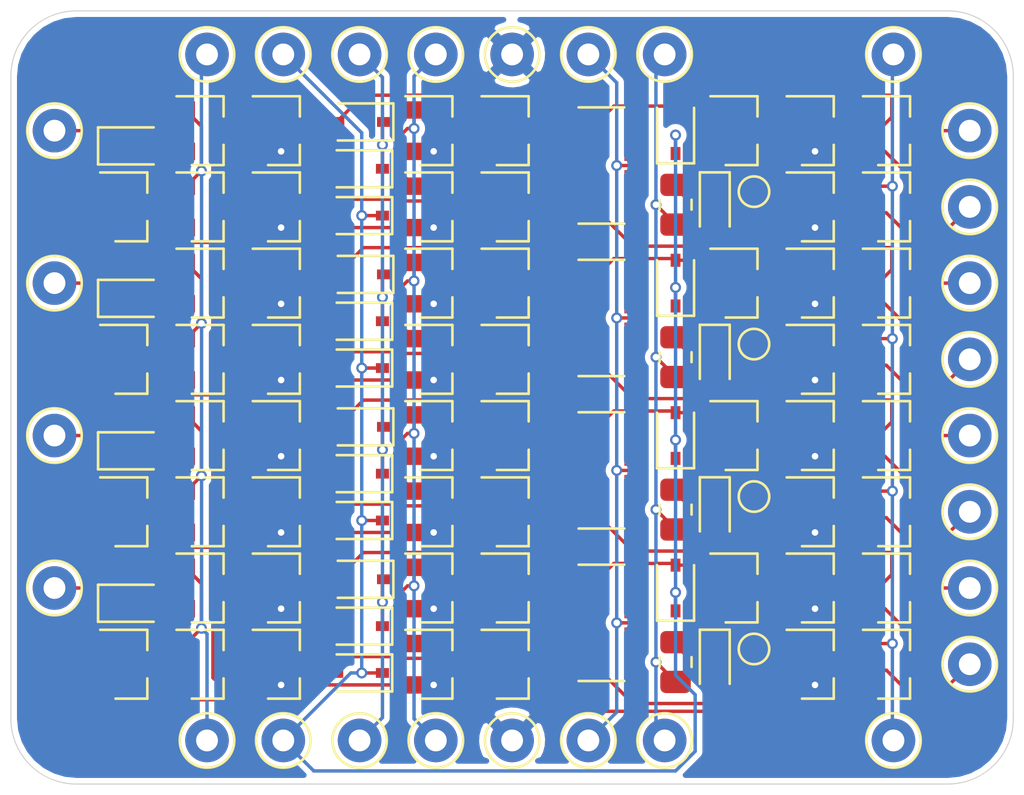
<source format=kicad_pcb>
(kicad_pcb (version 20171130) (host pcbnew "(5.1.9)-1")
  (layers (0 F.Cu signal) (31 B.Cu signal) (34 B.Paste user) (35 F.Paste user) (36 B.SilkS user) (37 F.SilkS user) (38 B.Mask user) (39 F.Mask user) (44 Edge.Cuts user))
  (net 0 "")
  (net 1 Vdrive)
  (net 2 GND)
  (net 3 VCC)
  (net 4 E)
  (net 5 ~reset)
  (net 6 phi1)
  (net 7 phi2)
  (net 8 ~OE)
  (net 9 /zero/B0)
  (net 10 /zero/Q0)
  (net 11 /zero/Q0')
  (net 12 /zero/B0')
  (net 13 "Net-(D201-Pad2)")
  (net 14 "Net-(D206-Pad2)")
  (net 15 "Net-(D206-Pad1)")
  (net 16 "Net-(Q202-Pad2)")
  (net 17 "Net-(Q206-Pad2)")
  (net 18 "Net-(Q208-Pad2)")
  (net 19 "Net-(Q213-Pad2)")
  (net 20 "Net-(D301-Pad2)")
  (net 21 /one/B0)
  (net 22 /one/Q0)
  (net 23 "Net-(D306-Pad2)")
  (net 24 "Net-(D306-Pad1)")
  (net 25 "Net-(D401-Pad2)")
  (net 26 /two/B0)
  (net 27 /two/Q0)
  (net 28 "Net-(D406-Pad2)")
  (net 29 "Net-(D406-Pad1)")
  (net 30 "Net-(D501-Pad2)")
  (net 31 /three/B0)
  (net 32 /three/Q0)
  (net 33 "Net-(D506-Pad2)")
  (net 34 "Net-(D506-Pad1)")
  (net 35 "Net-(Q302-Pad2)")
  (net 36 /one/Q0')
  (net 37 "Net-(Q306-Pad2)")
  (net 38 "Net-(Q308-Pad2)")
  (net 39 /one/B0')
  (net 40 "Net-(Q313-Pad2)")
  (net 41 "Net-(Q402-Pad2)")
  (net 42 /two/Q0')
  (net 43 "Net-(Q406-Pad2)")
  (net 44 "Net-(Q408-Pad2)")
  (net 45 /two/B0')
  (net 46 "Net-(Q413-Pad2)")
  (net 47 "Net-(Q502-Pad2)")
  (net 48 /three/Q0')
  (net 49 "Net-(Q506-Pad2)")
  (net 50 "Net-(Q508-Pad2)")
  (net 51 /three/B0')
  (net 52 "Net-(Q513-Pad2)")
  (net 53 /zero/I0')
  (net 54 /zero/I0)
  (net 55 /one/I0')
  (net 56 /one/I0)
  (net 57 /two/I0')
  (net 58 /two/I0)
  (net 59 /three/I0')
  (net 60 /three/I0)
  (module TestPoint:TestPoint_Pad_D1.0mm (layer F.Cu) (at 144.1 93.8)
    (fp_text reference TP504 hide)
    (fp_text value " " hide)
    (pad 1 smd circle (at 0 0) (size 1 1) (layers F.Cu F.Mask) (net 32 /three/Q0))
  )
  (module Connector_Pin:Pin_D1.0mm_L10.0mm (layer F.Cu) (at 154 94.5)
    (fp_text reference TP503 hide)
    (fp_text value " " hide)
    (pad 1 thru_hole circle (at 0 0) (size 2 2) (drill 1) (layers *.Cu *.Mask) (net 48 /three/Q0'))
  )
  (module Connector_Pin:Pin_D1.0mm_L10.0mm (layer F.Cu) (at 154 91)
    (fp_text reference TP502 hide)
    (fp_text value " " hide)
    (pad 1 thru_hole circle (at 0 0) (size 2 2) (drill 1) (layers *.Cu *.Mask) (net 51 /three/B0'))
  )
  (module Connector_Pin:Pin_D1.0mm_L10.0mm (layer F.Cu) (at 112 91)
    (fp_text reference TP501 hide)
    (fp_text value " " hide)
    (pad 1 thru_hole circle (at 0 0) (size 2 2) (drill 1) (layers *.Cu *.Mask) (net 31 /three/B0))
  )
  (module TestPoint:TestPoint_Pad_D1.0mm (layer F.Cu) (at 144.1 100.8)
    (fp_text reference TP404 hide)
    (fp_text value " " hide)
    (pad 1 smd circle (at 0 0) (size 1 1) (layers F.Cu F.Mask) (net 27 /two/Q0))
  )
  (module Connector_Pin:Pin_D1.0mm_L10.0mm (layer F.Cu) (at 154 101.5)
    (fp_text reference TP403 hide)
    (fp_text value " " hide)
    (pad 1 thru_hole circle (at 0 0) (size 2 2) (drill 1) (layers *.Cu *.Mask) (net 42 /two/Q0'))
  )
  (module Connector_Pin:Pin_D1.0mm_L10.0mm (layer F.Cu) (at 154 98)
    (fp_text reference TP402 hide)
    (fp_text value " " hide)
    (pad 1 thru_hole circle (at 0 0) (size 2 2) (drill 1) (layers *.Cu *.Mask) (net 45 /two/B0'))
  )
  (module Connector_Pin:Pin_D1.0mm_L10.0mm (layer F.Cu) (at 112 98)
    (fp_text reference TP401 hide)
    (fp_text value " " hide)
    (pad 1 thru_hole circle (at 0 0) (size 2 2) (drill 1) (layers *.Cu *.Mask) (net 26 /two/B0))
  )
  (module TestPoint:TestPoint_Pad_D1.0mm (layer F.Cu) (at 144.1 107.8)
    (fp_text reference TP304 hide)
    (fp_text value " " hide)
    (pad 1 smd circle (at 0 0) (size 1 1) (layers F.Cu F.Mask) (net 22 /one/Q0))
  )
  (module Connector_Pin:Pin_D1.0mm_L10.0mm (layer F.Cu) (at 154 108.5)
    (fp_text reference TP303 hide)
    (fp_text value " " hide)
    (pad 1 thru_hole circle (at 0 0) (size 2 2) (drill 1) (layers *.Cu *.Mask) (net 36 /one/Q0'))
  )
  (module Connector_Pin:Pin_D1.0mm_L10.0mm (layer F.Cu) (at 154 105)
    (fp_text reference TP302 hide)
    (fp_text value " " hide)
    (pad 1 thru_hole circle (at 0 0) (size 2 2) (drill 1) (layers *.Cu *.Mask) (net 39 /one/B0'))
  )
  (module Connector_Pin:Pin_D1.0mm_L10.0mm (layer F.Cu) (at 112 105)
    (fp_text reference TP301 hide)
    (fp_text value " " hide)
    (pad 1 thru_hole circle (at 0 0) (size 2 2) (drill 1) (layers *.Cu *.Mask) (net 21 /one/B0))
  )
  (module TestPoint:TestPoint_Pad_D1.0mm (layer F.Cu) (at 144.1 114.8)
    (fp_text reference TP204 hide)
    (fp_text value " " hide)
    (pad 1 smd circle (at 0 0) (size 1 1) (layers F.Cu F.Mask) (net 10 /zero/Q0))
  )
  (module Connector_Pin:Pin_D1.0mm_L10.0mm (layer F.Cu) (at 154 115.5)
    (fp_text reference TP203 hide)
    (fp_text value " " hide)
    (pad 1 thru_hole circle (at 0 0) (size 2 2) (drill 1) (layers *.Cu *.Mask) (net 11 /zero/Q0'))
  )
  (module Connector_Pin:Pin_D1.0mm_L10.0mm (layer F.Cu) (at 154 112)
    (fp_text reference TP202 hide)
    (fp_text value " " hide)
    (pad 1 thru_hole circle (at 0 0) (size 2 2) (drill 1) (layers *.Cu *.Mask) (net 12 /zero/B0'))
  )
  (module Connector_Pin:Pin_D1.0mm_L10.0mm (layer F.Cu) (at 112 112)
    (fp_text reference TP201 hide)
    (fp_text value " " hide)
    (pad 1 thru_hole circle (at 0 0) (size 2 2) (drill 1) (layers *.Cu *.Mask) (net 9 /zero/B0))
  )
  (module Resistor_SMD:R_Array_Convex_4x1206 (layer F.Cu) (at 137.1 92.6)
    (fp_text reference RN501 hide)
    (fp_text value R_Pack04 hide)
    (pad 6 smd rect (at 1.5 0.66) (size 0.9 0.9) (layers F.Cu F.Paste F.Mask) (net 3 VCC))
    (pad 5 smd rect (at 1.5 2) (size 0.9 0.9) (layers F.Cu F.Paste F.Mask) (net 3 VCC))
    (pad 8 smd rect (at 1.5 -2) (size 0.9 0.9) (layers F.Cu F.Paste F.Mask) (net 3 VCC))
    (pad 7 smd rect (at 1.5 -0.66) (size 0.9 0.9) (layers F.Cu F.Paste F.Mask) (net 3 VCC))
    (pad 3 smd rect (at -1.5 0.66) (size 0.9 0.9) (layers F.Cu F.Paste F.Mask) (net 60 /three/I0))
    (pad 2 smd rect (at -1.5 -0.66) (size 0.9 0.9) (layers F.Cu F.Paste F.Mask) (net 32 /three/Q0))
    (pad 4 smd rect (at -1.5 2) (size 0.9 0.9) (layers F.Cu F.Paste F.Mask) (net 48 /three/Q0'))
    (pad 1 smd rect (at -1.5 -2) (size 0.9 0.9) (layers F.Cu F.Paste F.Mask) (net 59 /three/I0'))
  )
  (module Resistor_SMD:R_Array_Convex_4x1206 (layer F.Cu) (at 137.1 99.6)
    (fp_text reference RN401 hide)
    (fp_text value R_Pack04 hide)
    (pad 6 smd rect (at 1.5 0.66) (size 0.9 0.9) (layers F.Cu F.Paste F.Mask) (net 3 VCC))
    (pad 5 smd rect (at 1.5 2) (size 0.9 0.9) (layers F.Cu F.Paste F.Mask) (net 3 VCC))
    (pad 8 smd rect (at 1.5 -2) (size 0.9 0.9) (layers F.Cu F.Paste F.Mask) (net 3 VCC))
    (pad 7 smd rect (at 1.5 -0.66) (size 0.9 0.9) (layers F.Cu F.Paste F.Mask) (net 3 VCC))
    (pad 3 smd rect (at -1.5 0.66) (size 0.9 0.9) (layers F.Cu F.Paste F.Mask) (net 58 /two/I0))
    (pad 2 smd rect (at -1.5 -0.66) (size 0.9 0.9) (layers F.Cu F.Paste F.Mask) (net 27 /two/Q0))
    (pad 4 smd rect (at -1.5 2) (size 0.9 0.9) (layers F.Cu F.Paste F.Mask) (net 42 /two/Q0'))
    (pad 1 smd rect (at -1.5 -2) (size 0.9 0.9) (layers F.Cu F.Paste F.Mask) (net 57 /two/I0'))
  )
  (module Resistor_SMD:R_Array_Convex_4x1206 (layer F.Cu) (at 137.1 106.6)
    (fp_text reference RN301 hide)
    (fp_text value R_Pack04 hide)
    (pad 6 smd rect (at 1.5 0.66) (size 0.9 0.9) (layers F.Cu F.Paste F.Mask) (net 3 VCC))
    (pad 5 smd rect (at 1.5 2) (size 0.9 0.9) (layers F.Cu F.Paste F.Mask) (net 3 VCC))
    (pad 8 smd rect (at 1.5 -2) (size 0.9 0.9) (layers F.Cu F.Paste F.Mask) (net 3 VCC))
    (pad 7 smd rect (at 1.5 -0.66) (size 0.9 0.9) (layers F.Cu F.Paste F.Mask) (net 3 VCC))
    (pad 3 smd rect (at -1.5 0.66) (size 0.9 0.9) (layers F.Cu F.Paste F.Mask) (net 56 /one/I0))
    (pad 2 smd rect (at -1.5 -0.66) (size 0.9 0.9) (layers F.Cu F.Paste F.Mask) (net 22 /one/Q0))
    (pad 4 smd rect (at -1.5 2) (size 0.9 0.9) (layers F.Cu F.Paste F.Mask) (net 36 /one/Q0'))
    (pad 1 smd rect (at -1.5 -2) (size 0.9 0.9) (layers F.Cu F.Paste F.Mask) (net 55 /one/I0'))
  )
  (module Resistor_SMD:R_Array_Convex_4x1206 (layer F.Cu) (at 137.1 113.6)
    (fp_text reference RN201 hide)
    (fp_text value R_Pack04 hide)
    (pad 6 smd rect (at 1.5 0.66) (size 0.9 0.9) (layers F.Cu F.Paste F.Mask) (net 3 VCC))
    (pad 5 smd rect (at 1.5 2) (size 0.9 0.9) (layers F.Cu F.Paste F.Mask) (net 3 VCC))
    (pad 8 smd rect (at 1.5 -2) (size 0.9 0.9) (layers F.Cu F.Paste F.Mask) (net 3 VCC))
    (pad 7 smd rect (at 1.5 -0.66) (size 0.9 0.9) (layers F.Cu F.Paste F.Mask) (net 3 VCC))
    (pad 3 smd rect (at -1.5 0.66) (size 0.9 0.9) (layers F.Cu F.Paste F.Mask) (net 54 /zero/I0))
    (pad 2 smd rect (at -1.5 -0.66) (size 0.9 0.9) (layers F.Cu F.Paste F.Mask) (net 10 /zero/Q0))
    (pad 4 smd rect (at -1.5 2) (size 0.9 0.9) (layers F.Cu F.Paste F.Mask) (net 11 /zero/Q0'))
    (pad 1 smd rect (at -1.5 -2) (size 0.9 0.9) (layers F.Cu F.Paste F.Mask) (net 53 /zero/I0'))
  )
  (module Resistor_SMD:R_0805_2012Metric (layer F.Cu) (at 140.5 94.4 90)
    (fp_text reference R501 hide)
    (fp_text value R hide)
    (pad 2 smd roundrect (at 0.9125 0 90) (size 1.025 1.4) (layers F.Cu F.Paste F.Mask) (roundrect_rratio 0.2439014634146341) (net 33 "Net-(D506-Pad2)"))
    (pad 1 smd roundrect (at -0.9125 0 90) (size 1.025 1.4) (layers F.Cu F.Paste F.Mask) (roundrect_rratio 0.2439014634146341) (net 1 Vdrive))
  )
  (module Resistor_SMD:R_0805_2012Metric (layer F.Cu) (at 140.5 101.4 90)
    (fp_text reference R401 hide)
    (fp_text value R hide)
    (pad 2 smd roundrect (at 0.9125 0 90) (size 1.025 1.4) (layers F.Cu F.Paste F.Mask) (roundrect_rratio 0.2439014634146341) (net 28 "Net-(D406-Pad2)"))
    (pad 1 smd roundrect (at -0.9125 0 90) (size 1.025 1.4) (layers F.Cu F.Paste F.Mask) (roundrect_rratio 0.2439014634146341) (net 1 Vdrive))
  )
  (module Resistor_SMD:R_0805_2012Metric (layer F.Cu) (at 140.5 108.4 90)
    (fp_text reference R301 hide)
    (fp_text value R hide)
    (pad 2 smd roundrect (at 0.9125 0 90) (size 1.025 1.4) (layers F.Cu F.Paste F.Mask) (roundrect_rratio 0.2439014634146341) (net 23 "Net-(D306-Pad2)"))
    (pad 1 smd roundrect (at -0.9125 0 90) (size 1.025 1.4) (layers F.Cu F.Paste F.Mask) (roundrect_rratio 0.2439014634146341) (net 1 Vdrive))
  )
  (module Resistor_SMD:R_0805_2012Metric (layer F.Cu) (at 140.5 115.4 90)
    (fp_text reference R201 hide)
    (fp_text value R hide)
    (pad 2 smd roundrect (at 0.9125 0 90) (size 1.025 1.4) (layers F.Cu F.Paste F.Mask) (roundrect_rratio 0.2439014634146341) (net 14 "Net-(D206-Pad2)"))
    (pad 1 smd roundrect (at -0.9125 0 90) (size 1.025 1.4) (layers F.Cu F.Paste F.Mask) (roundrect_rratio 0.2439014634146341) (net 1 Vdrive))
  )
  (module Package_TO_SOT_SMD:SOT-23 (layer F.Cu) (at 150.5 94.5)
    (fp_text reference Q514 hide)
    (fp_text value 2N7002 hide)
    (pad 3 smd rect (at 1 0) (size 0.9 0.8) (layers F.Cu F.Paste F.Mask) (net 52 "Net-(Q513-Pad2)"))
    (pad 2 smd rect (at -1 0.95) (size 0.9 0.8) (layers F.Cu F.Paste F.Mask) (net 2 GND))
    (pad 1 smd rect (at -1 -0.95) (size 0.9 0.8) (layers F.Cu F.Paste F.Mask) (net 8 ~OE))
  )
  (module Package_TO_SOT_SMD:SOT-23 (layer F.Cu) (at 150.5 91)
    (fp_text reference Q513 hide)
    (fp_text value 2N7002 hide)
    (pad 3 smd rect (at 1 0) (size 0.9 0.8) (layers F.Cu F.Paste F.Mask) (net 51 /three/B0'))
    (pad 2 smd rect (at -1 0.95) (size 0.9 0.8) (layers F.Cu F.Paste F.Mask) (net 52 "Net-(Q513-Pad2)"))
    (pad 1 smd rect (at -1 -0.95) (size 0.9 0.8) (layers F.Cu F.Paste F.Mask) (net 48 /three/Q0'))
  )
  (module Package_TO_SOT_SMD:SOT-23 (layer F.Cu) (at 143.5 91)
    (fp_text reference Q512 hide)
    (fp_text value 2N7002 hide)
    (pad 3 smd rect (at 1 0) (size 0.9 0.8) (layers F.Cu F.Paste F.Mask) (net 34 "Net-(D506-Pad1)"))
    (pad 2 smd rect (at -1 0.95) (size 0.9 0.8) (layers F.Cu F.Paste F.Mask) (net 2 GND))
    (pad 1 smd rect (at -1 -0.95) (size 0.9 0.8) (layers F.Cu F.Paste F.Mask) (net 32 /three/Q0))
  )
  (module Package_TO_SOT_SMD:SOT-23 (layer F.Cu) (at 147 94.5)
    (fp_text reference Q511 hide)
    (fp_text value 2N7002 hide)
    (pad 3 smd rect (at 1 0) (size 0.9 0.8) (layers F.Cu F.Paste F.Mask) (net 32 /three/Q0))
    (pad 2 smd rect (at -1 0.95) (size 0.9 0.8) (layers F.Cu F.Paste F.Mask) (net 2 GND))
    (pad 1 smd rect (at -1 -0.95) (size 0.9 0.8) (layers F.Cu F.Paste F.Mask) (net 48 /three/Q0'))
  )
  (module Package_TO_SOT_SMD:SOT-23 (layer F.Cu) (at 147 91)
    (fp_text reference Q510 hide)
    (fp_text value 2N7002 hide)
    (pad 3 smd rect (at 1 0) (size 0.9 0.8) (layers F.Cu F.Paste F.Mask) (net 48 /three/Q0'))
    (pad 2 smd rect (at -1 0.95) (size 0.9 0.8) (layers F.Cu F.Paste F.Mask) (net 2 GND))
    (pad 1 smd rect (at -1 -0.95) (size 0.9 0.8) (layers F.Cu F.Paste F.Mask) (net 32 /three/Q0))
  )
  (module Package_TO_SOT_SMD:SOT-23 (layer F.Cu) (at 129.5 91)
    (fp_text reference Q509 hide)
    (fp_text value 2N7002 hide)
    (pad 3 smd rect (at 1 0) (size 0.9 0.8) (layers F.Cu F.Paste F.Mask) (net 50 "Net-(Q508-Pad2)"))
    (pad 2 smd rect (at -1 0.95) (size 0.9 0.8) (layers F.Cu F.Paste F.Mask) (net 2 GND))
    (pad 1 smd rect (at -1 -0.95) (size 0.9 0.8) (layers F.Cu F.Paste F.Mask) (net 7 phi2))
  )
  (module Package_TO_SOT_SMD:SOT-23 (layer F.Cu) (at 133 91)
    (fp_text reference Q508 hide)
    (fp_text value 2N7002 hide)
    (pad 3 smd rect (at 1 0) (size 0.9 0.8) (layers F.Cu F.Paste F.Mask) (net 32 /three/Q0))
    (pad 2 smd rect (at -1 0.95) (size 0.9 0.8) (layers F.Cu F.Paste F.Mask) (net 50 "Net-(Q508-Pad2)"))
    (pad 1 smd rect (at -1 -0.95) (size 0.9 0.8) (layers F.Cu F.Paste F.Mask) (net 59 /three/I0'))
  )
  (module Package_TO_SOT_SMD:SOT-23 (layer F.Cu) (at 129.5 94.5)
    (fp_text reference Q507 hide)
    (fp_text value 2N7002 hide)
    (pad 3 smd rect (at 1 0) (size 0.9 0.8) (layers F.Cu F.Paste F.Mask) (net 49 "Net-(Q506-Pad2)"))
    (pad 2 smd rect (at -1 0.95) (size 0.9 0.8) (layers F.Cu F.Paste F.Mask) (net 2 GND))
    (pad 1 smd rect (at -1 -0.95) (size 0.9 0.8) (layers F.Cu F.Paste F.Mask) (net 7 phi2))
  )
  (module Package_TO_SOT_SMD:SOT-23 (layer F.Cu) (at 133 94.5)
    (fp_text reference Q506 hide)
    (fp_text value 2N7002 hide)
    (pad 3 smd rect (at 1 0) (size 0.9 0.8) (layers F.Cu F.Paste F.Mask) (net 48 /three/Q0'))
    (pad 2 smd rect (at -1 0.95) (size 0.9 0.8) (layers F.Cu F.Paste F.Mask) (net 49 "Net-(Q506-Pad2)"))
    (pad 1 smd rect (at -1 -0.95) (size 0.9 0.8) (layers F.Cu F.Paste F.Mask) (net 60 /three/I0))
  )
  (module Package_TO_SOT_SMD:SOT-23 (layer F.Cu) (at 122.5 94.5)
    (fp_text reference Q505 hide)
    (fp_text value 2N7002 hide)
    (pad 3 smd rect (at 1 0) (size 0.9 0.8) (layers F.Cu F.Paste F.Mask) (net 60 /three/I0))
    (pad 2 smd rect (at -1 0.95) (size 0.9 0.8) (layers F.Cu F.Paste F.Mask) (net 2 GND))
    (pad 1 smd rect (at -1 -0.95) (size 0.9 0.8) (layers F.Cu F.Paste F.Mask) (net 59 /three/I0'))
  )
  (module Package_TO_SOT_SMD:SOT-23 (layer F.Cu) (at 122.5 91)
    (fp_text reference Q504 hide)
    (fp_text value 2N7002 hide)
    (pad 3 smd rect (at 1 0) (size 0.9 0.8) (layers F.Cu F.Paste F.Mask) (net 59 /three/I0'))
    (pad 2 smd rect (at -1 0.95) (size 0.9 0.8) (layers F.Cu F.Paste F.Mask) (net 2 GND))
    (pad 1 smd rect (at -1 -0.95) (size 0.9 0.8) (layers F.Cu F.Paste F.Mask) (net 60 /three/I0))
  )
  (module Package_TO_SOT_SMD:SOT-23 (layer F.Cu) (at 115.5 94.5)
    (fp_text reference Q503 hide)
    (fp_text value 2N7002 hide)
    (pad 3 smd rect (at 1 0) (size 0.9 0.8) (layers F.Cu F.Paste F.Mask) (net 47 "Net-(Q502-Pad2)"))
    (pad 2 smd rect (at -1 0.95) (size 0.9 0.8) (layers F.Cu F.Paste F.Mask) (net 2 GND))
    (pad 1 smd rect (at -1 -0.95) (size 0.9 0.8) (layers F.Cu F.Paste F.Mask) (net 31 /three/B0))
  )
  (module Package_TO_SOT_SMD:SOT-23 (layer F.Cu) (at 119 94.5)
    (fp_text reference Q502 hide)
    (fp_text value 2N7002 hide)
    (pad 3 smd rect (at 1 0) (size 0.9 0.8) (layers F.Cu F.Paste F.Mask) (net 59 /three/I0'))
    (pad 2 smd rect (at -1 0.95) (size 0.9 0.8) (layers F.Cu F.Paste F.Mask) (net 47 "Net-(Q502-Pad2)"))
    (pad 1 smd rect (at -1 -0.95) (size 0.9 0.8) (layers F.Cu F.Paste F.Mask) (net 6 phi1))
  )
  (module Package_TO_SOT_SMD:SOT-23 (layer F.Cu) (at 119 91)
    (fp_text reference Q501 hide)
    (fp_text value 2N7002 hide)
    (pad 3 smd rect (at 1 0) (size 0.9 0.8) (layers F.Cu F.Paste F.Mask) (net 60 /three/I0))
    (pad 2 smd rect (at -1 0.95) (size 0.9 0.8) (layers F.Cu F.Paste F.Mask) (net 30 "Net-(D501-Pad2)"))
    (pad 1 smd rect (at -1 -0.95) (size 0.9 0.8) (layers F.Cu F.Paste F.Mask) (net 6 phi1))
  )
  (module Package_TO_SOT_SMD:SOT-23 (layer F.Cu) (at 150.5 101.5)
    (fp_text reference Q414 hide)
    (fp_text value 2N7002 hide)
    (pad 3 smd rect (at 1 0) (size 0.9 0.8) (layers F.Cu F.Paste F.Mask) (net 46 "Net-(Q413-Pad2)"))
    (pad 2 smd rect (at -1 0.95) (size 0.9 0.8) (layers F.Cu F.Paste F.Mask) (net 2 GND))
    (pad 1 smd rect (at -1 -0.95) (size 0.9 0.8) (layers F.Cu F.Paste F.Mask) (net 8 ~OE))
  )
  (module Package_TO_SOT_SMD:SOT-23 (layer F.Cu) (at 150.5 98)
    (fp_text reference Q413 hide)
    (fp_text value 2N7002 hide)
    (pad 3 smd rect (at 1 0) (size 0.9 0.8) (layers F.Cu F.Paste F.Mask) (net 45 /two/B0'))
    (pad 2 smd rect (at -1 0.95) (size 0.9 0.8) (layers F.Cu F.Paste F.Mask) (net 46 "Net-(Q413-Pad2)"))
    (pad 1 smd rect (at -1 -0.95) (size 0.9 0.8) (layers F.Cu F.Paste F.Mask) (net 42 /two/Q0'))
  )
  (module Package_TO_SOT_SMD:SOT-23 (layer F.Cu) (at 143.5 98)
    (fp_text reference Q412 hide)
    (fp_text value 2N7002 hide)
    (pad 3 smd rect (at 1 0) (size 0.9 0.8) (layers F.Cu F.Paste F.Mask) (net 29 "Net-(D406-Pad1)"))
    (pad 2 smd rect (at -1 0.95) (size 0.9 0.8) (layers F.Cu F.Paste F.Mask) (net 2 GND))
    (pad 1 smd rect (at -1 -0.95) (size 0.9 0.8) (layers F.Cu F.Paste F.Mask) (net 27 /two/Q0))
  )
  (module Package_TO_SOT_SMD:SOT-23 (layer F.Cu) (at 147 101.5)
    (fp_text reference Q411 hide)
    (fp_text value 2N7002 hide)
    (pad 3 smd rect (at 1 0) (size 0.9 0.8) (layers F.Cu F.Paste F.Mask) (net 27 /two/Q0))
    (pad 2 smd rect (at -1 0.95) (size 0.9 0.8) (layers F.Cu F.Paste F.Mask) (net 2 GND))
    (pad 1 smd rect (at -1 -0.95) (size 0.9 0.8) (layers F.Cu F.Paste F.Mask) (net 42 /two/Q0'))
  )
  (module Package_TO_SOT_SMD:SOT-23 (layer F.Cu) (at 147 98)
    (fp_text reference Q410 hide)
    (fp_text value 2N7002 hide)
    (pad 3 smd rect (at 1 0) (size 0.9 0.8) (layers F.Cu F.Paste F.Mask) (net 42 /two/Q0'))
    (pad 2 smd rect (at -1 0.95) (size 0.9 0.8) (layers F.Cu F.Paste F.Mask) (net 2 GND))
    (pad 1 smd rect (at -1 -0.95) (size 0.9 0.8) (layers F.Cu F.Paste F.Mask) (net 27 /two/Q0))
  )
  (module Package_TO_SOT_SMD:SOT-23 (layer F.Cu) (at 129.5 98)
    (fp_text reference Q409 hide)
    (fp_text value 2N7002 hide)
    (pad 3 smd rect (at 1 0) (size 0.9 0.8) (layers F.Cu F.Paste F.Mask) (net 44 "Net-(Q408-Pad2)"))
    (pad 2 smd rect (at -1 0.95) (size 0.9 0.8) (layers F.Cu F.Paste F.Mask) (net 2 GND))
    (pad 1 smd rect (at -1 -0.95) (size 0.9 0.8) (layers F.Cu F.Paste F.Mask) (net 7 phi2))
  )
  (module Package_TO_SOT_SMD:SOT-23 (layer F.Cu) (at 133 98)
    (fp_text reference Q408 hide)
    (fp_text value 2N7002 hide)
    (pad 3 smd rect (at 1 0) (size 0.9 0.8) (layers F.Cu F.Paste F.Mask) (net 27 /two/Q0))
    (pad 2 smd rect (at -1 0.95) (size 0.9 0.8) (layers F.Cu F.Paste F.Mask) (net 44 "Net-(Q408-Pad2)"))
    (pad 1 smd rect (at -1 -0.95) (size 0.9 0.8) (layers F.Cu F.Paste F.Mask) (net 57 /two/I0'))
  )
  (module Package_TO_SOT_SMD:SOT-23 (layer F.Cu) (at 129.5 101.5)
    (fp_text reference Q407 hide)
    (fp_text value 2N7002 hide)
    (pad 3 smd rect (at 1 0) (size 0.9 0.8) (layers F.Cu F.Paste F.Mask) (net 43 "Net-(Q406-Pad2)"))
    (pad 2 smd rect (at -1 0.95) (size 0.9 0.8) (layers F.Cu F.Paste F.Mask) (net 2 GND))
    (pad 1 smd rect (at -1 -0.95) (size 0.9 0.8) (layers F.Cu F.Paste F.Mask) (net 7 phi2))
  )
  (module Package_TO_SOT_SMD:SOT-23 (layer F.Cu) (at 133 101.5)
    (fp_text reference Q406 hide)
    (fp_text value 2N7002 hide)
    (pad 3 smd rect (at 1 0) (size 0.9 0.8) (layers F.Cu F.Paste F.Mask) (net 42 /two/Q0'))
    (pad 2 smd rect (at -1 0.95) (size 0.9 0.8) (layers F.Cu F.Paste F.Mask) (net 43 "Net-(Q406-Pad2)"))
    (pad 1 smd rect (at -1 -0.95) (size 0.9 0.8) (layers F.Cu F.Paste F.Mask) (net 58 /two/I0))
  )
  (module Package_TO_SOT_SMD:SOT-23 (layer F.Cu) (at 122.5 101.5)
    (fp_text reference Q405 hide)
    (fp_text value 2N7002 hide)
    (pad 3 smd rect (at 1 0) (size 0.9 0.8) (layers F.Cu F.Paste F.Mask) (net 58 /two/I0))
    (pad 2 smd rect (at -1 0.95) (size 0.9 0.8) (layers F.Cu F.Paste F.Mask) (net 2 GND))
    (pad 1 smd rect (at -1 -0.95) (size 0.9 0.8) (layers F.Cu F.Paste F.Mask) (net 57 /two/I0'))
  )
  (module Package_TO_SOT_SMD:SOT-23 (layer F.Cu) (at 122.5 98)
    (fp_text reference Q404 hide)
    (fp_text value 2N7002 hide)
    (pad 3 smd rect (at 1 0) (size 0.9 0.8) (layers F.Cu F.Paste F.Mask) (net 57 /two/I0'))
    (pad 2 smd rect (at -1 0.95) (size 0.9 0.8) (layers F.Cu F.Paste F.Mask) (net 2 GND))
    (pad 1 smd rect (at -1 -0.95) (size 0.9 0.8) (layers F.Cu F.Paste F.Mask) (net 58 /two/I0))
  )
  (module Package_TO_SOT_SMD:SOT-23 (layer F.Cu) (at 115.5 101.5)
    (fp_text reference Q403 hide)
    (fp_text value 2N7002 hide)
    (pad 3 smd rect (at 1 0) (size 0.9 0.8) (layers F.Cu F.Paste F.Mask) (net 41 "Net-(Q402-Pad2)"))
    (pad 2 smd rect (at -1 0.95) (size 0.9 0.8) (layers F.Cu F.Paste F.Mask) (net 2 GND))
    (pad 1 smd rect (at -1 -0.95) (size 0.9 0.8) (layers F.Cu F.Paste F.Mask) (net 26 /two/B0))
  )
  (module Package_TO_SOT_SMD:SOT-23 (layer F.Cu) (at 119 101.5)
    (fp_text reference Q402 hide)
    (fp_text value 2N7002 hide)
    (pad 3 smd rect (at 1 0) (size 0.9 0.8) (layers F.Cu F.Paste F.Mask) (net 57 /two/I0'))
    (pad 2 smd rect (at -1 0.95) (size 0.9 0.8) (layers F.Cu F.Paste F.Mask) (net 41 "Net-(Q402-Pad2)"))
    (pad 1 smd rect (at -1 -0.95) (size 0.9 0.8) (layers F.Cu F.Paste F.Mask) (net 6 phi1))
  )
  (module Package_TO_SOT_SMD:SOT-23 (layer F.Cu) (at 119 98)
    (fp_text reference Q401 hide)
    (fp_text value 2N7002 hide)
    (pad 3 smd rect (at 1 0) (size 0.9 0.8) (layers F.Cu F.Paste F.Mask) (net 58 /two/I0))
    (pad 2 smd rect (at -1 0.95) (size 0.9 0.8) (layers F.Cu F.Paste F.Mask) (net 25 "Net-(D401-Pad2)"))
    (pad 1 smd rect (at -1 -0.95) (size 0.9 0.8) (layers F.Cu F.Paste F.Mask) (net 6 phi1))
  )
  (module Package_TO_SOT_SMD:SOT-23 (layer F.Cu) (at 150.5 108.5)
    (fp_text reference Q314 hide)
    (fp_text value 2N7002 hide)
    (pad 3 smd rect (at 1 0) (size 0.9 0.8) (layers F.Cu F.Paste F.Mask) (net 40 "Net-(Q313-Pad2)"))
    (pad 2 smd rect (at -1 0.95) (size 0.9 0.8) (layers F.Cu F.Paste F.Mask) (net 2 GND))
    (pad 1 smd rect (at -1 -0.95) (size 0.9 0.8) (layers F.Cu F.Paste F.Mask) (net 8 ~OE))
  )
  (module Package_TO_SOT_SMD:SOT-23 (layer F.Cu) (at 150.5 105)
    (fp_text reference Q313 hide)
    (fp_text value 2N7002 hide)
    (pad 3 smd rect (at 1 0) (size 0.9 0.8) (layers F.Cu F.Paste F.Mask) (net 39 /one/B0'))
    (pad 2 smd rect (at -1 0.95) (size 0.9 0.8) (layers F.Cu F.Paste F.Mask) (net 40 "Net-(Q313-Pad2)"))
    (pad 1 smd rect (at -1 -0.95) (size 0.9 0.8) (layers F.Cu F.Paste F.Mask) (net 36 /one/Q0'))
  )
  (module Package_TO_SOT_SMD:SOT-23 (layer F.Cu) (at 143.5 105)
    (fp_text reference Q312 hide)
    (fp_text value 2N7002 hide)
    (pad 3 smd rect (at 1 0) (size 0.9 0.8) (layers F.Cu F.Paste F.Mask) (net 24 "Net-(D306-Pad1)"))
    (pad 2 smd rect (at -1 0.95) (size 0.9 0.8) (layers F.Cu F.Paste F.Mask) (net 2 GND))
    (pad 1 smd rect (at -1 -0.95) (size 0.9 0.8) (layers F.Cu F.Paste F.Mask) (net 22 /one/Q0))
  )
  (module Package_TO_SOT_SMD:SOT-23 (layer F.Cu) (at 147 108.5)
    (fp_text reference Q311 hide)
    (fp_text value 2N7002 hide)
    (pad 3 smd rect (at 1 0) (size 0.9 0.8) (layers F.Cu F.Paste F.Mask) (net 22 /one/Q0))
    (pad 2 smd rect (at -1 0.95) (size 0.9 0.8) (layers F.Cu F.Paste F.Mask) (net 2 GND))
    (pad 1 smd rect (at -1 -0.95) (size 0.9 0.8) (layers F.Cu F.Paste F.Mask) (net 36 /one/Q0'))
  )
  (module Package_TO_SOT_SMD:SOT-23 (layer F.Cu) (at 147 105)
    (fp_text reference Q310 hide)
    (fp_text value 2N7002 hide)
    (pad 3 smd rect (at 1 0) (size 0.9 0.8) (layers F.Cu F.Paste F.Mask) (net 36 /one/Q0'))
    (pad 2 smd rect (at -1 0.95) (size 0.9 0.8) (layers F.Cu F.Paste F.Mask) (net 2 GND))
    (pad 1 smd rect (at -1 -0.95) (size 0.9 0.8) (layers F.Cu F.Paste F.Mask) (net 22 /one/Q0))
  )
  (module Package_TO_SOT_SMD:SOT-23 (layer F.Cu) (at 129.5 105)
    (fp_text reference Q309 hide)
    (fp_text value 2N7002 hide)
    (pad 3 smd rect (at 1 0) (size 0.9 0.8) (layers F.Cu F.Paste F.Mask) (net 38 "Net-(Q308-Pad2)"))
    (pad 2 smd rect (at -1 0.95) (size 0.9 0.8) (layers F.Cu F.Paste F.Mask) (net 2 GND))
    (pad 1 smd rect (at -1 -0.95) (size 0.9 0.8) (layers F.Cu F.Paste F.Mask) (net 7 phi2))
  )
  (module Package_TO_SOT_SMD:SOT-23 (layer F.Cu) (at 133 105)
    (fp_text reference Q308 hide)
    (fp_text value 2N7002 hide)
    (pad 3 smd rect (at 1 0) (size 0.9 0.8) (layers F.Cu F.Paste F.Mask) (net 22 /one/Q0))
    (pad 2 smd rect (at -1 0.95) (size 0.9 0.8) (layers F.Cu F.Paste F.Mask) (net 38 "Net-(Q308-Pad2)"))
    (pad 1 smd rect (at -1 -0.95) (size 0.9 0.8) (layers F.Cu F.Paste F.Mask) (net 55 /one/I0'))
  )
  (module Package_TO_SOT_SMD:SOT-23 (layer F.Cu) (at 129.5 108.5)
    (fp_text reference Q307 hide)
    (fp_text value 2N7002 hide)
    (pad 3 smd rect (at 1 0) (size 0.9 0.8) (layers F.Cu F.Paste F.Mask) (net 37 "Net-(Q306-Pad2)"))
    (pad 2 smd rect (at -1 0.95) (size 0.9 0.8) (layers F.Cu F.Paste F.Mask) (net 2 GND))
    (pad 1 smd rect (at -1 -0.95) (size 0.9 0.8) (layers F.Cu F.Paste F.Mask) (net 7 phi2))
  )
  (module Package_TO_SOT_SMD:SOT-23 (layer F.Cu) (at 133 108.5)
    (fp_text reference Q306 hide)
    (fp_text value 2N7002 hide)
    (pad 3 smd rect (at 1 0) (size 0.9 0.8) (layers F.Cu F.Paste F.Mask) (net 36 /one/Q0'))
    (pad 2 smd rect (at -1 0.95) (size 0.9 0.8) (layers F.Cu F.Paste F.Mask) (net 37 "Net-(Q306-Pad2)"))
    (pad 1 smd rect (at -1 -0.95) (size 0.9 0.8) (layers F.Cu F.Paste F.Mask) (net 56 /one/I0))
  )
  (module Package_TO_SOT_SMD:SOT-23 (layer F.Cu) (at 122.5 108.5)
    (fp_text reference Q305 hide)
    (fp_text value 2N7002 hide)
    (pad 3 smd rect (at 1 0) (size 0.9 0.8) (layers F.Cu F.Paste F.Mask) (net 56 /one/I0))
    (pad 2 smd rect (at -1 0.95) (size 0.9 0.8) (layers F.Cu F.Paste F.Mask) (net 2 GND))
    (pad 1 smd rect (at -1 -0.95) (size 0.9 0.8) (layers F.Cu F.Paste F.Mask) (net 55 /one/I0'))
  )
  (module Package_TO_SOT_SMD:SOT-23 (layer F.Cu) (at 122.5 105)
    (fp_text reference Q304 hide)
    (fp_text value 2N7002 hide)
    (pad 3 smd rect (at 1 0) (size 0.9 0.8) (layers F.Cu F.Paste F.Mask) (net 55 /one/I0'))
    (pad 2 smd rect (at -1 0.95) (size 0.9 0.8) (layers F.Cu F.Paste F.Mask) (net 2 GND))
    (pad 1 smd rect (at -1 -0.95) (size 0.9 0.8) (layers F.Cu F.Paste F.Mask) (net 56 /one/I0))
  )
  (module Package_TO_SOT_SMD:SOT-23 (layer F.Cu) (at 115.5 108.5)
    (fp_text reference Q303 hide)
    (fp_text value 2N7002 hide)
    (pad 3 smd rect (at 1 0) (size 0.9 0.8) (layers F.Cu F.Paste F.Mask) (net 35 "Net-(Q302-Pad2)"))
    (pad 2 smd rect (at -1 0.95) (size 0.9 0.8) (layers F.Cu F.Paste F.Mask) (net 2 GND))
    (pad 1 smd rect (at -1 -0.95) (size 0.9 0.8) (layers F.Cu F.Paste F.Mask) (net 21 /one/B0))
  )
  (module Package_TO_SOT_SMD:SOT-23 (layer F.Cu) (at 119 108.5)
    (fp_text reference Q302 hide)
    (fp_text value 2N7002 hide)
    (pad 3 smd rect (at 1 0) (size 0.9 0.8) (layers F.Cu F.Paste F.Mask) (net 55 /one/I0'))
    (pad 2 smd rect (at -1 0.95) (size 0.9 0.8) (layers F.Cu F.Paste F.Mask) (net 35 "Net-(Q302-Pad2)"))
    (pad 1 smd rect (at -1 -0.95) (size 0.9 0.8) (layers F.Cu F.Paste F.Mask) (net 6 phi1))
  )
  (module Package_TO_SOT_SMD:SOT-23 (layer F.Cu) (at 119 105)
    (fp_text reference Q301 hide)
    (fp_text value 2N7002 hide)
    (pad 3 smd rect (at 1 0) (size 0.9 0.8) (layers F.Cu F.Paste F.Mask) (net 56 /one/I0))
    (pad 2 smd rect (at -1 0.95) (size 0.9 0.8) (layers F.Cu F.Paste F.Mask) (net 20 "Net-(D301-Pad2)"))
    (pad 1 smd rect (at -1 -0.95) (size 0.9 0.8) (layers F.Cu F.Paste F.Mask) (net 6 phi1))
  )
  (module Package_TO_SOT_SMD:SOT-23 (layer F.Cu) (at 150.5 115.5)
    (fp_text reference Q214 hide)
    (fp_text value 2N7002 hide)
    (pad 3 smd rect (at 1 0) (size 0.9 0.8) (layers F.Cu F.Paste F.Mask) (net 19 "Net-(Q213-Pad2)"))
    (pad 2 smd rect (at -1 0.95) (size 0.9 0.8) (layers F.Cu F.Paste F.Mask) (net 2 GND))
    (pad 1 smd rect (at -1 -0.95) (size 0.9 0.8) (layers F.Cu F.Paste F.Mask) (net 8 ~OE))
  )
  (module Package_TO_SOT_SMD:SOT-23 (layer F.Cu) (at 150.5 112)
    (fp_text reference Q213 hide)
    (fp_text value 2N7002 hide)
    (pad 3 smd rect (at 1 0) (size 0.9 0.8) (layers F.Cu F.Paste F.Mask) (net 12 /zero/B0'))
    (pad 2 smd rect (at -1 0.95) (size 0.9 0.8) (layers F.Cu F.Paste F.Mask) (net 19 "Net-(Q213-Pad2)"))
    (pad 1 smd rect (at -1 -0.95) (size 0.9 0.8) (layers F.Cu F.Paste F.Mask) (net 11 /zero/Q0'))
  )
  (module Package_TO_SOT_SMD:SOT-23 (layer F.Cu) (at 143.5 112)
    (fp_text reference Q212 hide)
    (fp_text value 2N7002 hide)
    (pad 3 smd rect (at 1 0) (size 0.9 0.8) (layers F.Cu F.Paste F.Mask) (net 15 "Net-(D206-Pad1)"))
    (pad 2 smd rect (at -1 0.95) (size 0.9 0.8) (layers F.Cu F.Paste F.Mask) (net 2 GND))
    (pad 1 smd rect (at -1 -0.95) (size 0.9 0.8) (layers F.Cu F.Paste F.Mask) (net 10 /zero/Q0))
  )
  (module Package_TO_SOT_SMD:SOT-23 (layer F.Cu) (at 147 115.5)
    (fp_text reference Q211 hide)
    (fp_text value 2N7002 hide)
    (pad 3 smd rect (at 1 0) (size 0.9 0.8) (layers F.Cu F.Paste F.Mask) (net 10 /zero/Q0))
    (pad 2 smd rect (at -1 0.95) (size 0.9 0.8) (layers F.Cu F.Paste F.Mask) (net 2 GND))
    (pad 1 smd rect (at -1 -0.95) (size 0.9 0.8) (layers F.Cu F.Paste F.Mask) (net 11 /zero/Q0'))
  )
  (module Package_TO_SOT_SMD:SOT-23 (layer F.Cu) (at 147 112)
    (fp_text reference Q210 hide)
    (fp_text value 2N7002 hide)
    (pad 3 smd rect (at 1 0) (size 0.9 0.8) (layers F.Cu F.Paste F.Mask) (net 11 /zero/Q0'))
    (pad 2 smd rect (at -1 0.95) (size 0.9 0.8) (layers F.Cu F.Paste F.Mask) (net 2 GND))
    (pad 1 smd rect (at -1 -0.95) (size 0.9 0.8) (layers F.Cu F.Paste F.Mask) (net 10 /zero/Q0))
  )
  (module Package_TO_SOT_SMD:SOT-23 (layer F.Cu) (at 129.5 112)
    (fp_text reference Q209 hide)
    (fp_text value 2N7002 hide)
    (pad 3 smd rect (at 1 0) (size 0.9 0.8) (layers F.Cu F.Paste F.Mask) (net 18 "Net-(Q208-Pad2)"))
    (pad 2 smd rect (at -1 0.95) (size 0.9 0.8) (layers F.Cu F.Paste F.Mask) (net 2 GND))
    (pad 1 smd rect (at -1 -0.95) (size 0.9 0.8) (layers F.Cu F.Paste F.Mask) (net 7 phi2))
  )
  (module Package_TO_SOT_SMD:SOT-23 (layer F.Cu) (at 133 112)
    (fp_text reference Q208 hide)
    (fp_text value 2N7002 hide)
    (pad 3 smd rect (at 1 0) (size 0.9 0.8) (layers F.Cu F.Paste F.Mask) (net 10 /zero/Q0))
    (pad 2 smd rect (at -1 0.95) (size 0.9 0.8) (layers F.Cu F.Paste F.Mask) (net 18 "Net-(Q208-Pad2)"))
    (pad 1 smd rect (at -1 -0.95) (size 0.9 0.8) (layers F.Cu F.Paste F.Mask) (net 53 /zero/I0'))
  )
  (module Package_TO_SOT_SMD:SOT-23 (layer F.Cu) (at 133 115.5)
    (fp_text reference Q206 hide)
    (fp_text value 2N7002 hide)
    (pad 3 smd rect (at 1 0) (size 0.9 0.8) (layers F.Cu F.Paste F.Mask) (net 11 /zero/Q0'))
    (pad 2 smd rect (at -1 0.95) (size 0.9 0.8) (layers F.Cu F.Paste F.Mask) (net 17 "Net-(Q206-Pad2)"))
    (pad 1 smd rect (at -1 -0.95) (size 0.9 0.8) (layers F.Cu F.Paste F.Mask) (net 54 /zero/I0))
  )
  (module Package_TO_SOT_SMD:SOT-23 (layer F.Cu) (at 122.5 115.5)
    (fp_text reference Q205 hide)
    (fp_text value 2N7002 hide)
    (pad 3 smd rect (at 1 0) (size 0.9 0.8) (layers F.Cu F.Paste F.Mask) (net 54 /zero/I0))
    (pad 2 smd rect (at -1 0.95) (size 0.9 0.8) (layers F.Cu F.Paste F.Mask) (net 2 GND))
    (pad 1 smd rect (at -1 -0.95) (size 0.9 0.8) (layers F.Cu F.Paste F.Mask) (net 53 /zero/I0'))
  )
  (module Package_TO_SOT_SMD:SOT-23 (layer F.Cu) (at 122.5 112)
    (fp_text reference Q204 hide)
    (fp_text value 2N7002 hide)
    (pad 3 smd rect (at 1 0) (size 0.9 0.8) (layers F.Cu F.Paste F.Mask) (net 53 /zero/I0'))
    (pad 2 smd rect (at -1 0.95) (size 0.9 0.8) (layers F.Cu F.Paste F.Mask) (net 2 GND))
    (pad 1 smd rect (at -1 -0.95) (size 0.9 0.8) (layers F.Cu F.Paste F.Mask) (net 54 /zero/I0))
  )
  (module Package_TO_SOT_SMD:SOT-23 (layer F.Cu) (at 115.5 115.5)
    (fp_text reference Q203 hide)
    (fp_text value 2N7002 hide)
    (pad 3 smd rect (at 1 0) (size 0.9 0.8) (layers F.Cu F.Paste F.Mask) (net 16 "Net-(Q202-Pad2)"))
    (pad 2 smd rect (at -1 0.95) (size 0.9 0.8) (layers F.Cu F.Paste F.Mask) (net 2 GND))
    (pad 1 smd rect (at -1 -0.95) (size 0.9 0.8) (layers F.Cu F.Paste F.Mask) (net 9 /zero/B0))
  )
  (module Package_TO_SOT_SMD:SOT-23 (layer F.Cu) (at 119 115.5)
    (fp_text reference Q202 hide)
    (fp_text value 2N7002 hide)
    (pad 3 smd rect (at 1 0) (size 0.9 0.8) (layers F.Cu F.Paste F.Mask) (net 53 /zero/I0'))
    (pad 2 smd rect (at -1 0.95) (size 0.9 0.8) (layers F.Cu F.Paste F.Mask) (net 16 "Net-(Q202-Pad2)"))
    (pad 1 smd rect (at -1 -0.95) (size 0.9 0.8) (layers F.Cu F.Paste F.Mask) (net 6 phi1))
  )
  (module Package_TO_SOT_SMD:SOT-23 (layer F.Cu) (at 119 112)
    (fp_text reference Q201 hide)
    (fp_text value 2N7002 hide)
    (pad 3 smd rect (at 1 0) (size 0.9 0.8) (layers F.Cu F.Paste F.Mask) (net 54 /zero/I0))
    (pad 2 smd rect (at -1 0.95) (size 0.9 0.8) (layers F.Cu F.Paste F.Mask) (net 13 "Net-(D201-Pad2)"))
    (pad 1 smd rect (at -1 -0.95) (size 0.9 0.8) (layers F.Cu F.Paste F.Mask) (net 6 phi1))
  )
  (module LED_SMD:LED_0603_1608Metric_Castellated (layer F.Cu) (at 142.3 94.6 270)
    (fp_text reference D506 hide)
    (fp_text value LED hide)
    (pad 2 smd roundrect (at 0.8125 0 270) (size 1.225 0.85) (layers F.Cu F.Paste F.Mask) (net 33 "Net-(D506-Pad2)"))
    (pad 1 smd roundrect (at -0.8125 0 270) (size 1.225 0.85) (layers F.Cu F.Paste F.Mask) (net 34 "Net-(D506-Pad1)"))
  )
  (module Diode_SMD:D_SOD-323 (layer F.Cu) (at 140.5 91 90)
    (fp_text reference D505 hide)
    (fp_text value D hide)
    (pad 2 smd rect (at 1.05 0 90) (size 0.6 0.45) (layers F.Cu F.Paste F.Mask) (net 32 /three/Q0))
    (pad 1 smd rect (at -1.05 0 90) (size 0.6 0.45) (layers F.Cu F.Paste F.Mask) (net 5 ~reset))
  )
  (module Diode_SMD:D_SOD-323 (layer F.Cu) (at 126 94.9 180)
    (fp_text reference D504 hide)
    (fp_text value D hide)
    (pad 2 smd rect (at 1.05 0 180) (size 0.6 0.45) (layers F.Cu F.Paste F.Mask) (net 60 /three/I0))
    (pad 1 smd rect (at -1.05 0 180) (size 0.6 0.45) (layers F.Cu F.Paste F.Mask) (net 5 ~reset))
  )
  (module Diode_SMD:D_SOD-323 (layer F.Cu) (at 126 92.75 180)
    (fp_text reference D503 hide)
    (fp_text value D hide)
    (pad 2 smd rect (at 1.05 0 180) (size 0.6 0.45) (layers F.Cu F.Paste F.Mask) (net 60 /three/I0))
    (pad 1 smd rect (at -1.05 0 180) (size 0.6 0.45) (layers F.Cu F.Paste F.Mask) (net 4 E))
  )
  (module Diode_SMD:D_SOD-323 (layer F.Cu) (at 126.05 90.6 180)
    (fp_text reference D502 hide)
    (fp_text value D hide)
    (pad 2 smd rect (at 1.05 0 180) (size 0.6 0.45) (layers F.Cu F.Paste F.Mask) (net 59 /three/I0'))
    (pad 1 smd rect (at -1.05 0 180) (size 0.6 0.45) (layers F.Cu F.Paste F.Mask) (net 4 E))
  )
  (module Diode_SMD:D_SOD-323 (layer F.Cu) (at 115.5 91.7)
    (fp_text reference D501 hide)
    (fp_text value D hide)
    (pad 2 smd rect (at 1.05 0) (size 0.6 0.45) (layers F.Cu F.Paste F.Mask) (net 30 "Net-(D501-Pad2)"))
    (pad 1 smd rect (at -1.05 0) (size 0.6 0.45) (layers F.Cu F.Paste F.Mask) (net 31 /three/B0))
  )
  (module LED_SMD:LED_0603_1608Metric_Castellated (layer F.Cu) (at 142.3 101.6 270)
    (fp_text reference D406 hide)
    (fp_text value LED hide)
    (pad 2 smd roundrect (at 0.8125 0 270) (size 1.225 0.85) (layers F.Cu F.Paste F.Mask) (net 28 "Net-(D406-Pad2)"))
    (pad 1 smd roundrect (at -0.8125 0 270) (size 1.225 0.85) (layers F.Cu F.Paste F.Mask) (net 29 "Net-(D406-Pad1)"))
  )
  (module Diode_SMD:D_SOD-323 (layer F.Cu) (at 140.5 98 90)
    (fp_text reference D405 hide)
    (fp_text value D hide)
    (pad 2 smd rect (at 1.05 0 90) (size 0.6 0.45) (layers F.Cu F.Paste F.Mask) (net 27 /two/Q0))
    (pad 1 smd rect (at -1.05 0 90) (size 0.6 0.45) (layers F.Cu F.Paste F.Mask) (net 5 ~reset))
  )
  (module Diode_SMD:D_SOD-323 (layer F.Cu) (at 126 101.9 180)
    (fp_text reference D404 hide)
    (fp_text value D hide)
    (pad 2 smd rect (at 1.05 0 180) (size 0.6 0.45) (layers F.Cu F.Paste F.Mask) (net 58 /two/I0))
    (pad 1 smd rect (at -1.05 0 180) (size 0.6 0.45) (layers F.Cu F.Paste F.Mask) (net 5 ~reset))
  )
  (module Diode_SMD:D_SOD-323 (layer F.Cu) (at 126 99.75 180)
    (fp_text reference D403 hide)
    (fp_text value D hide)
    (pad 2 smd rect (at 1.05 0 180) (size 0.6 0.45) (layers F.Cu F.Paste F.Mask) (net 58 /two/I0))
    (pad 1 smd rect (at -1.05 0 180) (size 0.6 0.45) (layers F.Cu F.Paste F.Mask) (net 4 E))
  )
  (module Diode_SMD:D_SOD-323 (layer F.Cu) (at 126.05 97.6 180)
    (fp_text reference D402 hide)
    (fp_text value D hide)
    (pad 2 smd rect (at 1.05 0 180) (size 0.6 0.45) (layers F.Cu F.Paste F.Mask) (net 57 /two/I0'))
    (pad 1 smd rect (at -1.05 0 180) (size 0.6 0.45) (layers F.Cu F.Paste F.Mask) (net 4 E))
  )
  (module Diode_SMD:D_SOD-323 (layer F.Cu) (at 115.5 98.7)
    (fp_text reference D401 hide)
    (fp_text value D hide)
    (pad 2 smd rect (at 1.05 0) (size 0.6 0.45) (layers F.Cu F.Paste F.Mask) (net 25 "Net-(D401-Pad2)"))
    (pad 1 smd rect (at -1.05 0) (size 0.6 0.45) (layers F.Cu F.Paste F.Mask) (net 26 /two/B0))
  )
  (module LED_SMD:LED_0603_1608Metric_Castellated (layer F.Cu) (at 142.3 108.6 270)
    (fp_text reference D306 hide)
    (fp_text value LED hide)
    (pad 2 smd roundrect (at 0.8125 0 270) (size 1.225 0.85) (layers F.Cu F.Paste F.Mask) (net 23 "Net-(D306-Pad2)"))
    (pad 1 smd roundrect (at -0.8125 0 270) (size 1.225 0.85) (layers F.Cu F.Paste F.Mask) (net 24 "Net-(D306-Pad1)"))
  )
  (module Diode_SMD:D_SOD-323 (layer F.Cu) (at 140.5 105 90)
    (fp_text reference D305 hide)
    (fp_text value D hide)
    (pad 2 smd rect (at 1.05 0 90) (size 0.6 0.45) (layers F.Cu F.Paste F.Mask) (net 22 /one/Q0))
    (pad 1 smd rect (at -1.05 0 90) (size 0.6 0.45) (layers F.Cu F.Paste F.Mask) (net 5 ~reset))
  )
  (module Diode_SMD:D_SOD-323 (layer F.Cu) (at 126 108.9 180)
    (fp_text reference D304 hide)
    (fp_text value D hide)
    (pad 2 smd rect (at 1.05 0 180) (size 0.6 0.45) (layers F.Cu F.Paste F.Mask) (net 56 /one/I0))
    (pad 1 smd rect (at -1.05 0 180) (size 0.6 0.45) (layers F.Cu F.Paste F.Mask) (net 5 ~reset))
  )
  (module Diode_SMD:D_SOD-323 (layer F.Cu) (at 126 106.75 180)
    (fp_text reference D303 hide)
    (fp_text value D hide)
    (pad 2 smd rect (at 1.05 0 180) (size 0.6 0.45) (layers F.Cu F.Paste F.Mask) (net 56 /one/I0))
    (pad 1 smd rect (at -1.05 0 180) (size 0.6 0.45) (layers F.Cu F.Paste F.Mask) (net 4 E))
  )
  (module Diode_SMD:D_SOD-323 (layer F.Cu) (at 126.05 104.6 180)
    (fp_text reference D302 hide)
    (fp_text value D hide)
    (pad 2 smd rect (at 1.05 0 180) (size 0.6 0.45) (layers F.Cu F.Paste F.Mask) (net 55 /one/I0'))
    (pad 1 smd rect (at -1.05 0 180) (size 0.6 0.45) (layers F.Cu F.Paste F.Mask) (net 4 E))
  )
  (module Diode_SMD:D_SOD-323 (layer F.Cu) (at 115.5 105.7)
    (fp_text reference D301 hide)
    (fp_text value D hide)
    (pad 2 smd rect (at 1.05 0) (size 0.6 0.45) (layers F.Cu F.Paste F.Mask) (net 20 "Net-(D301-Pad2)"))
    (pad 1 smd rect (at -1.05 0) (size 0.6 0.45) (layers F.Cu F.Paste F.Mask) (net 21 /one/B0))
  )
  (module LED_SMD:LED_0603_1608Metric_Castellated (layer F.Cu) (at 142.3 115.6 270)
    (fp_text reference D206 hide)
    (fp_text value LED hide)
    (pad 2 smd roundrect (at 0.8125 0 270) (size 1.225 0.85) (layers F.Cu F.Paste F.Mask) (net 14 "Net-(D206-Pad2)"))
    (pad 1 smd roundrect (at -0.8125 0 270) (size 1.225 0.85) (layers F.Cu F.Paste F.Mask) (net 15 "Net-(D206-Pad1)"))
  )
  (module Diode_SMD:D_SOD-323 (layer F.Cu) (at 140.5 112 90)
    (fp_text reference D205 hide)
    (fp_text value D hide)
    (pad 2 smd rect (at 1.05 0 90) (size 0.6 0.45) (layers F.Cu F.Paste F.Mask) (net 10 /zero/Q0))
    (pad 1 smd rect (at -1.05 0 90) (size 0.6 0.45) (layers F.Cu F.Paste F.Mask) (net 5 ~reset))
  )
  (module Diode_SMD:D_SOD-323 (layer F.Cu) (at 126 115.9 180)
    (fp_text reference D204 hide)
    (fp_text value D hide)
    (pad 2 smd rect (at 1.05 0 180) (size 0.6 0.45) (layers F.Cu F.Paste F.Mask) (net 54 /zero/I0))
    (pad 1 smd rect (at -1.05 0 180) (size 0.6 0.45) (layers F.Cu F.Paste F.Mask) (net 5 ~reset))
  )
  (module Diode_SMD:D_SOD-323 (layer F.Cu) (at 126 113.75 180)
    (fp_text reference D203 hide)
    (fp_text value D hide)
    (pad 2 smd rect (at 1.05 0 180) (size 0.6 0.45) (layers F.Cu F.Paste F.Mask) (net 54 /zero/I0))
    (pad 1 smd rect (at -1.05 0 180) (size 0.6 0.45) (layers F.Cu F.Paste F.Mask) (net 4 E))
  )
  (module Diode_SMD:D_SOD-323 (layer F.Cu) (at 126.05 111.6 180)
    (fp_text reference D202 hide)
    (fp_text value D hide)
    (pad 2 smd rect (at 1.05 0 180) (size 0.6 0.45) (layers F.Cu F.Paste F.Mask) (net 53 /zero/I0'))
    (pad 1 smd rect (at -1.05 0 180) (size 0.6 0.45) (layers F.Cu F.Paste F.Mask) (net 4 E))
  )
  (module Diode_SMD:D_SOD-323 (layer F.Cu) (at 115.5 112.7)
    (fp_text reference D201 hide)
    (fp_text value D hide)
    (pad 2 smd rect (at 1.05 0) (size 0.6 0.45) (layers F.Cu F.Paste F.Mask) (net 13 "Net-(D201-Pad2)"))
    (pad 1 smd rect (at -1.05 0) (size 0.6 0.45) (layers F.Cu F.Paste F.Mask) (net 9 /zero/B0))
  )
  (module Package_TO_SOT_SMD:SOT-23 (layer F.Cu) (at 129.5 115.5)
    (fp_text reference Q207 hide)
    (fp_text value 2N7002 hide)
    (pad 3 smd rect (at 1 0) (size 0.9 0.8) (layers F.Cu F.Paste F.Mask) (net 17 "Net-(Q206-Pad2)"))
    (pad 2 smd rect (at -1 0.95) (size 0.9 0.8) (layers F.Cu F.Paste F.Mask) (net 2 GND))
    (pad 1 smd rect (at -1 -0.95) (size 0.9 0.8) (layers F.Cu F.Paste F.Mask) (net 7 phi2))
  )
  (module Connector_Pin:Pin_D1.0mm_L10.0mm (layer F.Cu) (at 133 87.5)
    (fp_text reference TP120 hide)
    (fp_text value " " hide)
    (pad 1 thru_hole circle (at 0 0) (size 2 2) (drill 1) (layers *.Cu *.Mask) (net 2 GND))
  )
  (module Connector_Pin:Pin_D1.0mm_L10.0mm (layer F.Cu) (at 133 119)
    (fp_text reference TP110 hide)
    (fp_text value " " hide)
    (pad 1 thru_hole circle (at 0 0) (size 2 2) (drill 1) (layers *.Cu *.Mask) (net 2 GND))
  )
  (module Connector_Pin:Pin_D1.0mm_L10.0mm (layer F.Cu) (at 136.5 87.5)
    (fp_text reference TP118 hide)
    (fp_text value " " hide)
    (pad 1 thru_hole circle (at 0 0) (size 2 2) (drill 1) (layers *.Cu *.Mask) (net 3 VCC))
  )
  (module Connector_Pin:Pin_D1.0mm_L10.0mm (layer F.Cu) (at 140 87.5)
    (fp_text reference TP117 hide)
    (fp_text value " " hide)
    (pad 1 thru_hole circle (at 0 0) (size 2 2) (drill 1) (layers *.Cu *.Mask) (net 1 Vdrive))
  )
  (module Connector_Pin:Pin_D1.0mm_L10.0mm (layer F.Cu) (at 126 87.5)
    (fp_text reference TP116 hide)
    (fp_text value " " hide)
    (pad 1 thru_hole circle (at 0 0) (size 2 2) (drill 1) (layers *.Cu *.Mask) (net 4 E))
  )
  (module Connector_Pin:Pin_D1.0mm_L10.0mm (layer F.Cu) (at 122.5 87.5)
    (fp_text reference TP115 hide)
    (fp_text value " " hide)
    (pad 1 thru_hole circle (at 0 0) (size 2 2) (drill 1) (layers *.Cu *.Mask) (net 5 ~reset))
  )
  (module Connector_Pin:Pin_D1.0mm_L10.0mm (layer F.Cu) (at 119 87.5)
    (fp_text reference TP114 hide)
    (fp_text value " " hide)
    (pad 1 thru_hole circle (at 0 0) (size 2 2) (drill 1) (layers *.Cu *.Mask) (net 6 phi1))
  )
  (module Connector_Pin:Pin_D1.0mm_L10.0mm (layer F.Cu) (at 129.5 87.5)
    (fp_text reference TP113 hide)
    (fp_text value " " hide)
    (pad 1 thru_hole circle (at 0 0) (size 2 2) (drill 1) (layers *.Cu *.Mask) (net 7 phi2))
  )
  (module Connector_Pin:Pin_D1.0mm_L10.0mm (layer F.Cu) (at 150.5 87.5)
    (fp_text reference TP112 hide)
    (fp_text value " " hide)
    (pad 1 thru_hole circle (at 0 0) (size 2 2) (drill 1) (layers *.Cu *.Mask) (net 8 ~OE))
  )
  (module Connector_Pin:Pin_D1.0mm_L10.0mm (layer F.Cu) (at 136.5 119)
    (fp_text reference TP108 hide)
    (fp_text value " " hide)
    (pad 1 thru_hole circle (at 0 0) (size 2 2) (drill 1) (layers *.Cu *.Mask) (net 3 VCC))
  )
  (module Connector_Pin:Pin_D1.0mm_L10.0mm (layer F.Cu) (at 140 119)
    (fp_text reference TP107 hide)
    (fp_text value " " hide)
    (pad 1 thru_hole circle (at 0 0) (size 2 2) (drill 1) (layers *.Cu *.Mask) (net 1 Vdrive))
  )
  (module Connector_Pin:Pin_D1.0mm_L10.0mm (layer F.Cu) (at 126 119)
    (fp_text reference TP106 hide)
    (fp_text value " " hide)
    (pad 1 thru_hole circle (at 0 0) (size 2 2) (drill 1) (layers *.Cu *.Mask) (net 4 E))
  )
  (module Connector_Pin:Pin_D1.0mm_L10.0mm (layer F.Cu) (at 122.5 119)
    (fp_text reference TP105 hide)
    (fp_text value " " hide)
    (pad 1 thru_hole circle (at 0 0) (size 2 2) (drill 1) (layers *.Cu *.Mask) (net 5 ~reset))
  )
  (module Connector_Pin:Pin_D1.0mm_L10.0mm (layer F.Cu) (at 119 119)
    (fp_text reference TP104 hide)
    (fp_text value " " hide)
    (pad 1 thru_hole circle (at 0 0) (size 2 2) (drill 1) (layers *.Cu *.Mask) (net 6 phi1))
  )
  (module Connector_Pin:Pin_D1.0mm_L10.0mm (layer F.Cu) (at 129.5 119)
    (fp_text reference TP103 hide)
    (fp_text value " " hide)
    (pad 1 thru_hole circle (at 0 0) (size 2 2) (drill 1) (layers *.Cu *.Mask) (net 7 phi2))
  )
  (module Connector_Pin:Pin_D1.0mm_L10.0mm (layer F.Cu) (at 150.5 119)
    (fp_text reference TP102 hide)
    (fp_text value " " hide)
    (pad 1 thru_hole circle (at 0 0) (size 2 2) (drill 1) (layers *.Cu *.Mask) (net 8 ~OE))
  )
  (gr_arc (start 153 88.5) (end 156 88.5) (angle -90) (layer Edge.Cuts) (width 0.05))
  (gr_arc (start 113 88.5) (end 113 85.5) (angle -90) (layer Edge.Cuts) (width 0.05))
  (gr_arc (start 113 118) (end 110 118) (angle -90) (layer Edge.Cuts) (width 0.05))
  (gr_arc (start 153 118) (end 153 121) (angle -90) (layer Edge.Cuts) (width 0.05))
  (gr_line (start 113 121) (end 153 121) (layer Edge.Cuts) (width 0.05))
  (gr_line (start 110 88.5) (end 110 118) (layer Edge.Cuts) (width 0.05))
  (gr_line (start 153 85.5) (end 113 85.5) (layer Edge.Cuts) (width 0.05))
  (gr_line (start 156 118) (end 156 88.5) (layer Edge.Cuts) (width 0.05))
  (segment (start 139.6 108.4) (end 139.6 101.4) (width 0.157) (layer B.Cu) (net 1))
  (segment (start 140.5 109.3) (end 139.6 108.4) (width 0.157) (layer F.Cu) (net 1))
  (segment (start 140.5 109.3125) (end 140.5 109.3) (width 0.157) (layer F.Cu) (net 1))
  (via (at 139.6 108.4) (size 0.5) (drill 0.3) (layers F.Cu B.Cu) (net 1))
  (segment (start 139.6 101.4) (end 139.6 94.4) (width 0.157) (layer B.Cu) (net 1))
  (segment (start 140.5 102.3) (end 139.6 101.4) (width 0.157) (layer F.Cu) (net 1))
  (segment (start 140.5 102.3125) (end 140.5 102.3) (width 0.157) (layer F.Cu) (net 1))
  (via (at 139.6 101.4) (size 0.5) (drill 0.3) (layers F.Cu B.Cu) (net 1))
  (segment (start 140.5 95.3) (end 139.6 94.4) (width 0.157) (layer F.Cu) (net 1))
  (segment (start 140.5 95.3125) (end 140.5 95.3) (width 0.157) (layer F.Cu) (net 1))
  (via (at 139.6 94.4) (size 0.5) (drill 0.3) (layers F.Cu B.Cu) (net 1))
  (segment (start 139.6 115.4) (end 139.6 108.4) (width 0.157) (layer B.Cu) (net 1))
  (segment (start 140.5 116.3) (end 139.6 115.4) (width 0.157) (layer F.Cu) (net 1))
  (via (at 139.6 115.4) (size 0.5) (drill 0.3) (layers F.Cu B.Cu) (net 1))
  (segment (start 140.5 116.3125) (end 140.5 116.3) (width 0.157) (layer F.Cu) (net 1))
  (segment (start 139.6 118.6) (end 140 119) (width 0.157) (layer B.Cu) (net 1))
  (segment (start 139.6 87.9) (end 140 87.5) (width 0.157) (layer B.Cu) (net 1))
  (segment (start 139.6 94.4) (end 139.6 87.9) (width 0.157) (layer B.Cu) (net 1))
  (segment (start 139.6 115.4) (end 139.6 118.6) (width 0.157) (layer B.Cu) (net 1))
  (segment (start 148.9 117) (end 146.55 117) (width 0.157) (layer F.Cu) (net 2))
  (segment (start 149.45 116.45) (end 148.9 117) (width 0.157) (layer F.Cu) (net 2))
  (segment (start 146.55 117) (end 146 116.45) (width 0.157) (layer F.Cu) (net 2))
  (segment (start 148.9 110) (end 146.55 110) (width 0.157) (layer F.Cu) (net 2))
  (segment (start 149.45 109.45) (end 148.9 110) (width 0.157) (layer F.Cu) (net 2))
  (segment (start 146.55 110) (end 146 109.45) (width 0.157) (layer F.Cu) (net 2))
  (segment (start 148.9 103) (end 146.55 103) (width 0.157) (layer F.Cu) (net 2))
  (segment (start 149.45 102.45) (end 148.9 103) (width 0.157) (layer F.Cu) (net 2))
  (segment (start 146.55 103) (end 146 102.45) (width 0.157) (layer F.Cu) (net 2))
  (segment (start 121.5 109.45) (end 122.4 109.45) (width 0.157) (layer F.Cu) (net 2))
  (segment (start 128.5 109.45) (end 129.4 109.45) (width 0.157) (layer F.Cu) (net 2))
  (segment (start 121.5 105.95) (end 122.4 105.95) (width 0.157) (layer F.Cu) (net 2))
  (segment (start 114.5 109.45) (end 115.4 109.45) (width 0.157) (layer F.Cu) (net 2))
  (segment (start 142.5 105.95) (end 143.4 105.95) (width 0.157) (layer F.Cu) (net 2))
  (segment (start 128.5 105.95) (end 129.4 105.95) (width 0.157) (layer F.Cu) (net 2))
  (segment (start 146 105.95) (end 146.9 105.95) (width 0.157) (layer F.Cu) (net 2))
  (via (at 122.4 109.45) (size 0.5) (drill 0.3) (layers F.Cu B.Cu) (net 2))
  (via (at 122.4 105.95) (size 0.5) (drill 0.3) (layers F.Cu B.Cu) (net 2))
  (via (at 129.4 109.45) (size 0.5) (drill 0.3) (layers F.Cu B.Cu) (net 2))
  (via (at 129.4 105.95) (size 0.5) (drill 0.3) (layers F.Cu B.Cu) (net 2))
  (via (at 146.9 105.95) (size 0.5) (drill 0.3) (layers F.Cu B.Cu) (net 2))
  (segment (start 129.4 109.45) (end 129.4 105.95) (width 0.157) (layer B.Cu) (net 2))
  (via (at 146.9 109.45) (size 0.5) (drill 0.3) (layers F.Cu B.Cu) (net 2))
  (segment (start 146 109.45) (end 146.9 109.45) (width 0.157) (layer F.Cu) (net 2))
  (segment (start 146.9 109.45) (end 146.9 105.95) (width 0.157) (layer B.Cu) (net 2))
  (segment (start 146 105.95) (end 143.4 105.95) (width 0.157) (layer F.Cu) (net 2))
  (segment (start 128.5 109.45) (end 122.4 109.45) (width 0.157) (layer F.Cu) (net 2))
  (segment (start 122.4 109.45) (end 122.4 105.95) (width 0.157) (layer B.Cu) (net 2))
  (segment (start 116.078501 110.128501) (end 115.4 109.45) (width 0.157) (layer F.Cu) (net 2))
  (segment (start 120.821499 110.128501) (end 116.078501 110.128501) (width 0.157) (layer F.Cu) (net 2))
  (segment (start 121.5 109.45) (end 120.821499 110.128501) (width 0.157) (layer F.Cu) (net 2))
  (segment (start 129.4 105.95) (end 129.4 102.45) (width 0.157) (layer B.Cu) (net 2))
  (segment (start 146.9 105.95) (end 146.9 102.45) (width 0.157) (layer B.Cu) (net 2))
  (segment (start 121.5 102.45) (end 122.4 102.45) (width 0.157) (layer F.Cu) (net 2))
  (segment (start 128.5 102.45) (end 129.4 102.45) (width 0.157) (layer F.Cu) (net 2))
  (segment (start 121.5 98.95) (end 122.4 98.95) (width 0.157) (layer F.Cu) (net 2))
  (segment (start 114.5 102.45) (end 115.4 102.45) (width 0.157) (layer F.Cu) (net 2))
  (segment (start 142.5 98.95) (end 143.4 98.95) (width 0.157) (layer F.Cu) (net 2))
  (segment (start 128.5 98.95) (end 129.4 98.95) (width 0.157) (layer F.Cu) (net 2))
  (segment (start 146 98.95) (end 146.9 98.95) (width 0.157) (layer F.Cu) (net 2))
  (via (at 122.4 102.45) (size 0.5) (drill 0.3) (layers F.Cu B.Cu) (net 2))
  (via (at 122.4 98.95) (size 0.5) (drill 0.3) (layers F.Cu B.Cu) (net 2))
  (via (at 129.4 102.45) (size 0.5) (drill 0.3) (layers F.Cu B.Cu) (net 2))
  (via (at 129.4 98.95) (size 0.5) (drill 0.3) (layers F.Cu B.Cu) (net 2))
  (via (at 146.9 98.95) (size 0.5) (drill 0.3) (layers F.Cu B.Cu) (net 2))
  (segment (start 129.4 102.45) (end 129.4 98.95) (width 0.157) (layer B.Cu) (net 2))
  (via (at 146.9 102.45) (size 0.5) (drill 0.3) (layers F.Cu B.Cu) (net 2))
  (segment (start 146 102.45) (end 146.9 102.45) (width 0.157) (layer F.Cu) (net 2))
  (segment (start 146.9 102.45) (end 146.9 98.95) (width 0.157) (layer B.Cu) (net 2))
  (segment (start 146 98.95) (end 143.4 98.95) (width 0.157) (layer F.Cu) (net 2))
  (segment (start 128.5 102.45) (end 122.4 102.45) (width 0.157) (layer F.Cu) (net 2))
  (segment (start 122.4 102.45) (end 122.4 98.95) (width 0.157) (layer B.Cu) (net 2))
  (segment (start 116.078501 103.128501) (end 115.4 102.45) (width 0.157) (layer F.Cu) (net 2))
  (segment (start 120.821499 103.128501) (end 116.078501 103.128501) (width 0.157) (layer F.Cu) (net 2))
  (segment (start 121.5 102.45) (end 120.821499 103.128501) (width 0.157) (layer F.Cu) (net 2))
  (segment (start 129.4 98.95) (end 129.4 95.45) (width 0.157) (layer B.Cu) (net 2))
  (segment (start 146.9 98.95) (end 146.9 95.45) (width 0.157) (layer B.Cu) (net 2))
  (segment (start 121.5 95.45) (end 122.4 95.45) (width 0.157) (layer F.Cu) (net 2))
  (segment (start 128.5 95.45) (end 129.4 95.45) (width 0.157) (layer F.Cu) (net 2))
  (segment (start 121.5 91.95) (end 122.4 91.95) (width 0.157) (layer F.Cu) (net 2))
  (segment (start 114.5 95.45) (end 115.4 95.45) (width 0.157) (layer F.Cu) (net 2))
  (segment (start 142.5 91.95) (end 143.4 91.95) (width 0.157) (layer F.Cu) (net 2))
  (segment (start 128.5 91.95) (end 129.4 91.95) (width 0.157) (layer F.Cu) (net 2))
  (segment (start 146 91.95) (end 146.9 91.95) (width 0.157) (layer F.Cu) (net 2))
  (via (at 122.4 95.45) (size 0.5) (drill 0.3) (layers F.Cu B.Cu) (net 2))
  (via (at 122.4 91.95) (size 0.5) (drill 0.3) (layers F.Cu B.Cu) (net 2))
  (via (at 129.4 95.45) (size 0.5) (drill 0.3) (layers F.Cu B.Cu) (net 2))
  (via (at 129.4 91.95) (size 0.5) (drill 0.3) (layers F.Cu B.Cu) (net 2))
  (via (at 146.9 91.95) (size 0.5) (drill 0.3) (layers F.Cu B.Cu) (net 2))
  (segment (start 129.4 95.45) (end 129.4 91.95) (width 0.157) (layer B.Cu) (net 2))
  (via (at 146.9 95.45) (size 0.5) (drill 0.3) (layers F.Cu B.Cu) (net 2))
  (segment (start 146 95.45) (end 146.9 95.45) (width 0.157) (layer F.Cu) (net 2))
  (segment (start 146.9 95.45) (end 146.9 91.95) (width 0.157) (layer B.Cu) (net 2))
  (segment (start 146 91.95) (end 143.4 91.95) (width 0.157) (layer F.Cu) (net 2))
  (segment (start 128.5 95.45) (end 122.4 95.45) (width 0.157) (layer F.Cu) (net 2))
  (segment (start 122.4 95.45) (end 122.4 91.95) (width 0.157) (layer B.Cu) (net 2))
  (segment (start 116.078501 96.128501) (end 115.4 95.45) (width 0.157) (layer F.Cu) (net 2))
  (segment (start 120.821499 96.128501) (end 116.078501 96.128501) (width 0.157) (layer F.Cu) (net 2))
  (segment (start 121.5 95.45) (end 120.821499 96.128501) (width 0.157) (layer F.Cu) (net 2))
  (segment (start 129.4 112.95) (end 129.4 109.45) (width 0.157) (layer B.Cu) (net 2))
  (segment (start 146.9 112.95) (end 146.9 109.45) (width 0.157) (layer B.Cu) (net 2))
  (segment (start 146 116.45) (end 146.9 116.45) (width 0.157) (layer F.Cu) (net 2))
  (via (at 146.9 116.45) (size 0.5) (drill 0.3) (layers F.Cu B.Cu) (net 2))
  (segment (start 146 112.95) (end 146.9 112.95) (width 0.157) (layer F.Cu) (net 2))
  (via (at 146.9 112.95) (size 0.5) (drill 0.3) (layers F.Cu B.Cu) (net 2))
  (segment (start 142.5 112.95) (end 143.4 112.95) (width 0.157) (layer F.Cu) (net 2))
  (segment (start 128.5 112.95) (end 129.4 112.95) (width 0.157) (layer F.Cu) (net 2))
  (via (at 129.4 112.95) (size 0.5) (drill 0.3) (layers F.Cu B.Cu) (net 2))
  (segment (start 128.5 116.45) (end 129.4 116.45) (width 0.157) (layer F.Cu) (net 2))
  (via (at 129.4 116.45) (size 0.5) (drill 0.3) (layers F.Cu B.Cu) (net 2))
  (segment (start 114.5 116.45) (end 115.4 116.45) (width 0.157) (layer F.Cu) (net 2))
  (segment (start 121.5 116.45) (end 122.4 116.45) (width 0.157) (layer F.Cu) (net 2))
  (via (at 122.4 116.45) (size 0.5) (drill 0.3) (layers F.Cu B.Cu) (net 2))
  (via (at 122.4 112.95) (size 0.5) (drill 0.3) (layers F.Cu B.Cu) (net 2))
  (segment (start 121.5 112.95) (end 122.4 112.95) (width 0.157) (layer F.Cu) (net 2))
  (segment (start 129.4 116.45) (end 129.4 112.95) (width 0.157) (layer B.Cu) (net 2))
  (segment (start 128.5 116.45) (end 122.4 116.45) (width 0.157) (layer F.Cu) (net 2))
  (segment (start 122.4 116.45) (end 122.4 112.95) (width 0.157) (layer B.Cu) (net 2))
  (segment (start 116.078501 117.128501) (end 115.4 116.45) (width 0.157) (layer F.Cu) (net 2))
  (segment (start 120.821499 117.128501) (end 116.078501 117.128501) (width 0.157) (layer F.Cu) (net 2))
  (segment (start 121.5 116.45) (end 120.821499 117.128501) (width 0.157) (layer F.Cu) (net 2))
  (segment (start 146 112.95) (end 143.4 112.95) (width 0.157) (layer F.Cu) (net 2))
  (segment (start 146.9 116.45) (end 146.9 112.95) (width 0.157) (layer B.Cu) (net 2))
  (segment (start 130.45 116.45) (end 133 119) (width 0.157) (layer B.Cu) (net 2))
  (segment (start 129.4 116.45) (end 130.45 116.45) (width 0.157) (layer B.Cu) (net 2))
  (segment (start 129.4 91.1) (end 133 87.5) (width 0.157) (layer B.Cu) (net 2))
  (segment (start 129.4 91.95) (end 129.4 91.1) (width 0.157) (layer B.Cu) (net 2))
  (segment (start 144.78948 117.66052) (end 146 116.45) (width 0.157) (layer F.Cu) (net 2))
  (segment (start 134.33948 117.66052) (end 144.78948 117.66052) (width 0.157) (layer F.Cu) (net 2))
  (segment (start 133 119) (end 134.33948 117.66052) (width 0.157) (layer F.Cu) (net 2))
  (segment (start 149.5 95.45) (end 149.45 95.45) (width 0.157) (layer F.Cu) (net 2))
  (segment (start 149.45 95.45) (end 148.9 96) (width 0.157) (layer F.Cu) (net 2))
  (segment (start 146.55 96) (end 146 95.45) (width 0.157) (layer F.Cu) (net 2))
  (segment (start 148.9 96) (end 146.55 96) (width 0.157) (layer F.Cu) (net 2))
  (via (at 137.8 106.6) (size 0.5) (drill 0.3) (layers F.Cu B.Cu) (net 3))
  (segment (start 138.5 106.6) (end 138.6 106.5) (width 0.157) (layer F.Cu) (net 3))
  (segment (start 137.8 106.6) (end 138.5 106.6) (width 0.157) (layer F.Cu) (net 3))
  (segment (start 138.6 106.5) (end 138.6 108.6) (width 0.157) (layer F.Cu) (net 3))
  (segment (start 138.6 104.6) (end 138.6 106.5) (width 0.157) (layer F.Cu) (net 3))
  (segment (start 137.8 106.6) (end 137.8 99.6) (width 0.157) (layer B.Cu) (net 3))
  (via (at 137.8 99.6) (size 0.5) (drill 0.3) (layers F.Cu B.Cu) (net 3))
  (segment (start 138.5 99.6) (end 138.6 99.5) (width 0.157) (layer F.Cu) (net 3))
  (segment (start 137.8 99.6) (end 138.5 99.6) (width 0.157) (layer F.Cu) (net 3))
  (segment (start 138.6 99.5) (end 138.6 101.6) (width 0.157) (layer F.Cu) (net 3))
  (segment (start 138.6 97.6) (end 138.6 99.5) (width 0.157) (layer F.Cu) (net 3))
  (segment (start 137.8 99.6) (end 137.8 92.6) (width 0.157) (layer B.Cu) (net 3))
  (via (at 137.8 92.6) (size 0.5) (drill 0.3) (layers F.Cu B.Cu) (net 3))
  (segment (start 138.5 92.6) (end 138.6 92.5) (width 0.157) (layer F.Cu) (net 3))
  (segment (start 137.8 92.6) (end 138.5 92.6) (width 0.157) (layer F.Cu) (net 3))
  (segment (start 138.6 92.5) (end 138.6 94.6) (width 0.157) (layer F.Cu) (net 3))
  (segment (start 138.6 90.6) (end 138.6 92.5) (width 0.157) (layer F.Cu) (net 3))
  (segment (start 137.8 113.6) (end 137.8 106.6) (width 0.157) (layer B.Cu) (net 3))
  (via (at 137.8 113.6) (size 0.5) (drill 0.3) (layers F.Cu B.Cu) (net 3))
  (segment (start 138.5 113.6) (end 138.6 113.5) (width 0.157) (layer F.Cu) (net 3))
  (segment (start 137.8 113.6) (end 138.5 113.6) (width 0.157) (layer F.Cu) (net 3))
  (segment (start 138.6 113.5) (end 138.6 115.6) (width 0.157) (layer F.Cu) (net 3))
  (segment (start 138.6 111.6) (end 138.6 113.5) (width 0.157) (layer F.Cu) (net 3))
  (segment (start 137.8 117.7) (end 136.5 119) (width 0.157) (layer B.Cu) (net 3))
  (segment (start 137.8 113.6) (end 137.8 117.7) (width 0.157) (layer B.Cu) (net 3))
  (segment (start 137.8 88.8) (end 136.5 87.5) (width 0.157) (layer B.Cu) (net 3))
  (segment (start 137.8 92.6) (end 137.8 88.8) (width 0.157) (layer B.Cu) (net 3))
  (via (at 127.05 105.65) (size 0.5) (drill 0.3) (layers F.Cu B.Cu) (net 4))
  (segment (start 127.05 105.65) (end 127.05 104.6) (width 0.157) (layer F.Cu) (net 4))
  (segment (start 127.05 106.75) (end 127.05 105.65) (width 0.157) (layer F.Cu) (net 4))
  (segment (start 127.05 105.65) (end 127.05 98.65) (width 0.157) (layer B.Cu) (net 4))
  (via (at 127.05 98.65) (size 0.5) (drill 0.3) (layers F.Cu B.Cu) (net 4))
  (segment (start 127.05 98.65) (end 127.05 97.6) (width 0.157) (layer F.Cu) (net 4))
  (segment (start 127.05 99.75) (end 127.05 98.65) (width 0.157) (layer F.Cu) (net 4))
  (segment (start 127.05 98.65) (end 127.05 91.65) (width 0.157) (layer B.Cu) (net 4))
  (via (at 127.05 91.65) (size 0.5) (drill 0.3) (layers F.Cu B.Cu) (net 4))
  (segment (start 127.05 91.65) (end 127.05 90.6) (width 0.157) (layer F.Cu) (net 4))
  (segment (start 127.05 92.75) (end 127.05 91.65) (width 0.157) (layer F.Cu) (net 4))
  (segment (start 127.05 112.65) (end 127.05 105.65) (width 0.157) (layer B.Cu) (net 4))
  (via (at 127.05 112.65) (size 0.5) (drill 0.3) (layers F.Cu B.Cu) (net 4))
  (segment (start 127.05 112.65) (end 127.05 111.6) (width 0.157) (layer F.Cu) (net 4))
  (segment (start 127.05 113.75) (end 127.05 112.65) (width 0.157) (layer F.Cu) (net 4))
  (segment (start 127.05 117.95) (end 126 119) (width 0.157) (layer B.Cu) (net 4))
  (segment (start 127.05 112.65) (end 127.05 117.95) (width 0.157) (layer B.Cu) (net 4))
  (segment (start 127.05 88.55) (end 126 87.5) (width 0.157) (layer B.Cu) (net 4))
  (segment (start 127.05 91.65) (end 127.05 88.55) (width 0.157) (layer B.Cu) (net 4))
  (segment (start 126.1 108.9) (end 126.1 101.9) (width 0.157) (layer B.Cu) (net 5))
  (segment (start 140.5 105.2) (end 140.5 98.2) (width 0.157) (layer B.Cu) (net 5))
  (via (at 140.5 105.2) (size 0.5) (drill 0.3) (layers F.Cu B.Cu) (net 5))
  (via (at 126.1 108.9) (size 0.5) (drill 0.3) (layers F.Cu B.Cu) (net 5))
  (segment (start 140.5 105.2) (end 140.5 106.05) (width 0.157) (layer F.Cu) (net 5))
  (segment (start 127.05 108.9) (end 126.1 108.9) (width 0.157) (layer F.Cu) (net 5))
  (segment (start 126.1 101.9) (end 126.1 94.9) (width 0.157) (layer B.Cu) (net 5))
  (segment (start 140.5 98.2) (end 140.5 91.2) (width 0.157) (layer B.Cu) (net 5))
  (via (at 140.5 98.2) (size 0.5) (drill 0.3) (layers F.Cu B.Cu) (net 5))
  (via (at 126.1 101.9) (size 0.5) (drill 0.3) (layers F.Cu B.Cu) (net 5))
  (segment (start 140.5 98.2) (end 140.5 99.05) (width 0.157) (layer F.Cu) (net 5))
  (segment (start 127.05 101.9) (end 126.1 101.9) (width 0.157) (layer F.Cu) (net 5))
  (via (at 140.5 91.2) (size 0.5) (drill 0.3) (layers F.Cu B.Cu) (net 5))
  (via (at 126.1 94.9) (size 0.5) (drill 0.3) (layers F.Cu B.Cu) (net 5))
  (segment (start 140.5 91.2) (end 140.5 92.05) (width 0.157) (layer F.Cu) (net 5))
  (segment (start 127.05 94.9) (end 126.1 94.9) (width 0.157) (layer F.Cu) (net 5))
  (segment (start 126.1 115.9) (end 126.1 108.9) (width 0.157) (layer B.Cu) (net 5))
  (segment (start 140.5 112.2) (end 140.5 105.2) (width 0.157) (layer B.Cu) (net 5))
  (via (at 140.5 112.2) (size 0.5) (drill 0.3) (layers F.Cu B.Cu) (net 5))
  (segment (start 140.5 112.2) (end 140.5 113.05) (width 0.157) (layer F.Cu) (net 5))
  (via (at 126.1 115.9) (size 0.5) (drill 0.3) (layers F.Cu B.Cu) (net 5))
  (segment (start 127.05 115.9) (end 126.1 115.9) (width 0.157) (layer F.Cu) (net 5))
  (segment (start 125.6 115.9) (end 122.5 119) (width 0.157) (layer B.Cu) (net 5))
  (segment (start 126.1 115.9) (end 125.6 115.9) (width 0.157) (layer B.Cu) (net 5))
  (segment (start 126.1 91.1) (end 122.5 87.5) (width 0.157) (layer B.Cu) (net 5))
  (segment (start 126.1 94.9) (end 126.1 91.1) (width 0.157) (layer B.Cu) (net 5))
  (segment (start 140.5 116) (end 140.5 112.2) (width 0.157) (layer B.Cu) (net 5))
  (segment (start 141.4 116.9) (end 140.5 116) (width 0.157) (layer B.Cu) (net 5))
  (segment (start 141.4 119.5) (end 141.4 116.9) (width 0.157) (layer B.Cu) (net 5))
  (segment (start 140.5 120.4) (end 141.4 119.5) (width 0.157) (layer B.Cu) (net 5))
  (segment (start 123.9 120.4) (end 140.5 120.4) (width 0.157) (layer B.Cu) (net 5))
  (segment (start 122.5 119) (end 123.9 120.4) (width 0.157) (layer B.Cu) (net 5))
  (segment (start 118 104.05) (end 118.728501 104.778501) (width 0.157) (layer F.Cu) (net 6))
  (segment (start 118.75 106.85) (end 118.75 99.85) (width 0.157) (layer B.Cu) (net 6))
  (segment (start 118 107.55) (end 118.042999 107.55) (width 0.157) (layer F.Cu) (net 6))
  (segment (start 118.042999 107.55) (end 118.742999 106.85) (width 0.157) (layer F.Cu) (net 6))
  (segment (start 118.742999 104.792999) (end 118 104.05) (width 0.157) (layer F.Cu) (net 6))
  (segment (start 118.742999 106.85) (end 118.742999 104.792999) (width 0.157) (layer F.Cu) (net 6))
  (via (at 118.742999 106.85) (size 0.5) (drill 0.3) (layers F.Cu B.Cu) (net 6))
  (segment (start 118 97.05) (end 118.728501 97.778501) (width 0.157) (layer F.Cu) (net 6))
  (segment (start 118.75 99.85) (end 118.75 92.85) (width 0.157) (layer B.Cu) (net 6))
  (segment (start 118 100.55) (end 118.042999 100.55) (width 0.157) (layer F.Cu) (net 6))
  (segment (start 118.042999 100.55) (end 118.742999 99.85) (width 0.157) (layer F.Cu) (net 6))
  (segment (start 118.742999 97.792999) (end 118 97.05) (width 0.157) (layer F.Cu) (net 6))
  (segment (start 118.742999 99.85) (end 118.742999 97.792999) (width 0.157) (layer F.Cu) (net 6))
  (via (at 118.742999 99.85) (size 0.5) (drill 0.3) (layers F.Cu B.Cu) (net 6))
  (segment (start 118 90.05) (end 118.728501 90.778501) (width 0.157) (layer F.Cu) (net 6))
  (segment (start 118 93.55) (end 118.042999 93.55) (width 0.157) (layer F.Cu) (net 6))
  (segment (start 118.042999 93.55) (end 118.742999 92.85) (width 0.157) (layer F.Cu) (net 6))
  (segment (start 118.742999 90.792999) (end 118 90.05) (width 0.157) (layer F.Cu) (net 6))
  (segment (start 118.742999 92.85) (end 118.742999 90.792999) (width 0.157) (layer F.Cu) (net 6))
  (via (at 118.742999 92.85) (size 0.5) (drill 0.3) (layers F.Cu B.Cu) (net 6))
  (segment (start 118.75 113.85) (end 118.75 106.85) (width 0.157) (layer B.Cu) (net 6))
  (segment (start 118 111.05) (end 118.728501 111.778501) (width 0.157) (layer F.Cu) (net 6))
  (via (at 118.742999 113.85) (size 0.5) (drill 0.3) (layers F.Cu B.Cu) (net 6))
  (segment (start 118.042999 114.55) (end 118.742999 113.85) (width 0.157) (layer F.Cu) (net 6))
  (segment (start 118 114.55) (end 118.042999 114.55) (width 0.157) (layer F.Cu) (net 6))
  (segment (start 118.742999 111.792999) (end 118 111.05) (width 0.157) (layer F.Cu) (net 6))
  (segment (start 118.742999 113.85) (end 118.742999 111.792999) (width 0.157) (layer F.Cu) (net 6))
  (segment (start 119 114.107001) (end 118.742999 113.85) (width 0.157) (layer B.Cu) (net 6))
  (segment (start 119 119) (end 119 114.107001) (width 0.157) (layer B.Cu) (net 6))
  (segment (start 118.742999 87.757001) (end 119 87.5) (width 0.157) (layer B.Cu) (net 6))
  (segment (start 118.742999 92.85) (end 118.742999 87.757001) (width 0.157) (layer B.Cu) (net 6))
  (segment (start 128.45 107.6) (end 128.5 107.55) (width 0.157) (layer F.Cu) (net 7))
  (segment (start 128.5 104.9) (end 128.5 97.9) (width 0.157) (layer B.Cu) (net 7))
  (segment (start 127.771499 106.821499) (end 127.771499 105.327199) (width 0.157) (layer F.Cu) (net 7))
  (segment (start 128.5 107.55) (end 127.771499 106.821499) (width 0.157) (layer F.Cu) (net 7))
  (segment (start 127.771499 105.327199) (end 128.198698 104.9) (width 0.157) (layer F.Cu) (net 7))
  (segment (start 128.198698 104.9) (end 128.5 104.9) (width 0.157) (layer F.Cu) (net 7))
  (segment (start 128.5 104.9) (end 128.5 104.05) (width 0.157) (layer F.Cu) (net 7))
  (via (at 128.5 104.9) (size 0.5) (drill 0.3) (layers F.Cu B.Cu) (net 7))
  (segment (start 128.45 100.6) (end 128.5 100.55) (width 0.157) (layer F.Cu) (net 7))
  (segment (start 128.5 97.9) (end 128.5 90.9) (width 0.157) (layer B.Cu) (net 7))
  (segment (start 127.771499 99.821499) (end 127.771499 98.327199) (width 0.157) (layer F.Cu) (net 7))
  (segment (start 128.5 100.55) (end 127.771499 99.821499) (width 0.157) (layer F.Cu) (net 7))
  (segment (start 127.771499 98.327199) (end 128.198698 97.9) (width 0.157) (layer F.Cu) (net 7))
  (segment (start 128.198698 97.9) (end 128.5 97.9) (width 0.157) (layer F.Cu) (net 7))
  (segment (start 128.5 97.9) (end 128.5 97.05) (width 0.157) (layer F.Cu) (net 7))
  (via (at 128.5 97.9) (size 0.5) (drill 0.3) (layers F.Cu B.Cu) (net 7))
  (segment (start 128.45 93.6) (end 128.5 93.55) (width 0.157) (layer F.Cu) (net 7))
  (segment (start 127.771499 92.821499) (end 127.771499 91.327199) (width 0.157) (layer F.Cu) (net 7))
  (segment (start 128.5 93.55) (end 127.771499 92.821499) (width 0.157) (layer F.Cu) (net 7))
  (segment (start 127.771499 91.327199) (end 128.198698 90.9) (width 0.157) (layer F.Cu) (net 7))
  (segment (start 128.198698 90.9) (end 128.5 90.9) (width 0.157) (layer F.Cu) (net 7))
  (segment (start 128.5 90.9) (end 128.5 90.05) (width 0.157) (layer F.Cu) (net 7))
  (via (at 128.5 90.9) (size 0.5) (drill 0.3) (layers F.Cu B.Cu) (net 7))
  (segment (start 128.5 111.9) (end 128.5 104.9) (width 0.157) (layer B.Cu) (net 7))
  (via (at 128.5 111.9) (size 0.5) (drill 0.3) (layers F.Cu B.Cu) (net 7))
  (segment (start 127.771499 112.327199) (end 128.198698 111.9) (width 0.157) (layer F.Cu) (net 7))
  (segment (start 128.198698 111.9) (end 128.5 111.9) (width 0.157) (layer F.Cu) (net 7))
  (segment (start 127.771499 113.821499) (end 127.771499 112.327199) (width 0.157) (layer F.Cu) (net 7))
  (segment (start 128.5 114.55) (end 127.771499 113.821499) (width 0.157) (layer F.Cu) (net 7))
  (segment (start 128.5 111.9) (end 128.5 111.05) (width 0.157) (layer F.Cu) (net 7))
  (segment (start 128.5 118) (end 129.5 119) (width 0.157) (layer B.Cu) (net 7))
  (segment (start 128.5 111.9) (end 128.5 118) (width 0.157) (layer B.Cu) (net 7))
  (segment (start 128.5 88.5) (end 129.5 87.5) (width 0.157) (layer B.Cu) (net 7))
  (segment (start 128.5 90.9) (end 128.5 88.5) (width 0.157) (layer B.Cu) (net 7))
  (segment (start 128.45 114.6) (end 128.5 114.55) (width 0.157) (layer F.Cu) (net 7))
  (segment (start 149.55 107.55) (end 150.45 107.55) (width 0.157) (layer F.Cu) (net 8))
  (segment (start 150.45 107.55) (end 150.45 100.55) (width 0.157) (layer B.Cu) (net 8))
  (via (at 150.45 107.55) (size 0.5) (drill 0.3) (layers F.Cu B.Cu) (net 8))
  (segment (start 149.55 100.55) (end 150.45 100.55) (width 0.157) (layer F.Cu) (net 8))
  (segment (start 150.45 100.55) (end 150.45 93.55) (width 0.157) (layer B.Cu) (net 8))
  (via (at 150.45 100.55) (size 0.5) (drill 0.3) (layers F.Cu B.Cu) (net 8))
  (segment (start 149.55 93.55) (end 150.45 93.55) (width 0.157) (layer F.Cu) (net 8))
  (via (at 150.45 93.55) (size 0.5) (drill 0.3) (layers F.Cu B.Cu) (net 8))
  (segment (start 150.45 114.55) (end 150.45 107.55) (width 0.157) (layer B.Cu) (net 8))
  (segment (start 149.55 114.55) (end 150.45 114.55) (width 0.157) (layer F.Cu) (net 8))
  (via (at 150.45 114.55) (size 0.5) (drill 0.3) (layers F.Cu B.Cu) (net 8))
  (segment (start 150.45 118.95) (end 150.5 119) (width 0.157) (layer B.Cu) (net 8))
  (segment (start 150.45 114.55) (end 150.45 118.95) (width 0.157) (layer B.Cu) (net 8))
  (segment (start 150.45 87.55) (end 150.5 87.5) (width 0.157) (layer B.Cu) (net 8))
  (segment (start 150.45 93.55) (end 150.45 87.55) (width 0.157) (layer B.Cu) (net 8))
  (segment (start 114.5 112.75) (end 114.45 112.7) (width 0.157) (layer F.Cu) (net 9))
  (segment (start 114.5 114.55) (end 114.5 112.75) (width 0.157) (layer F.Cu) (net 9))
  (segment (start 113.75 112) (end 114.45 112.7) (width 0.157) (layer F.Cu) (net 9))
  (segment (start 112 112) (end 113.75 112) (width 0.157) (layer F.Cu) (net 9))
  (segment (start 134.94 112.94) (end 134 112) (width 0.157) (layer F.Cu) (net 10))
  (segment (start 135.6 112.94) (end 134.94 112.94) (width 0.157) (layer F.Cu) (net 10))
  (segment (start 140.421499 110.871499) (end 140.5 110.95) (width 0.157) (layer F.Cu) (net 10))
  (segment (start 137.668501 110.871499) (end 140.421499 110.871499) (width 0.157) (layer F.Cu) (net 10))
  (segment (start 135.6 112.94) (end 137.668501 110.871499) (width 0.157) (layer F.Cu) (net 10))
  (segment (start 142.4 110.95) (end 142.5 111.05) (width 0.157) (layer F.Cu) (net 10))
  (segment (start 140.5 110.95) (end 142.4 110.95) (width 0.157) (layer F.Cu) (net 10))
  (segment (start 146 111.05) (end 142.5 111.05) (width 0.157) (layer F.Cu) (net 10))
  (segment (start 146.678501 110.371499) (end 146 111.05) (width 0.157) (layer F.Cu) (net 10))
  (segment (start 150.071499 111.728501) (end 150.420197 111.379803) (width 0.157) (layer F.Cu) (net 10))
  (segment (start 149.370197 111.728501) (end 150.071499 111.728501) (width 0.157) (layer F.Cu) (net 10))
  (segment (start 148.728501 112.370197) (end 149.370197 111.728501) (width 0.157) (layer F.Cu) (net 10))
  (segment (start 148.728501 114.771499) (end 148.728501 112.370197) (width 0.157) (layer F.Cu) (net 10))
  (segment (start 148 115.5) (end 148.728501 114.771499) (width 0.157) (layer F.Cu) (net 10))
  (segment (start 150.420197 111.379803) (end 150.420197 110.618895) (width 0.157) (layer F.Cu) (net 10))
  (segment (start 150.172801 110.371499) (end 146.678501 110.371499) (width 0.157) (layer F.Cu) (net 10))
  (segment (start 150.420197 110.420197) (end 150.371499 110.371499) (width 0.157) (layer F.Cu) (net 10))
  (segment (start 150.420197 110.618895) (end 150.420197 110.420197) (width 0.157) (layer F.Cu) (net 10))
  (segment (start 150.371499 110.371499) (end 150.172801 110.371499) (width 0.157) (layer F.Cu) (net 10))
  (segment (start 146 111.267818) (end 146 111.05) (width 0.157) (layer F.Cu) (net 10))
  (segment (start 147.428501 112.696319) (end 146 111.267818) (width 0.157) (layer F.Cu) (net 10))
  (segment (start 147.428501 113.203681) (end 147.428501 112.696319) (width 0.157) (layer F.Cu) (net 10))
  (segment (start 146.760683 113.871499) (end 147.428501 113.203681) (width 0.157) (layer F.Cu) (net 10))
  (segment (start 145.028501 113.871499) (end 146.760683 113.871499) (width 0.157) (layer F.Cu) (net 10))
  (segment (start 144.1 114.8) (end 145.028501 113.871499) (width 0.157) (layer F.Cu) (net 10))
  (segment (start 148.728501 115.870197) (end 148.827199 115.771499) (width 0.157) (layer F.Cu) (net 11))
  (segment (start 150.901301 116.499999) (end 153.000001 116.499999) (width 0.157) (layer F.Cu) (net 11))
  (segment (start 150.172801 115.771499) (end 150.901301 116.499999) (width 0.157) (layer F.Cu) (net 11))
  (segment (start 148.728501 116.122801) (end 148.728501 115.870197) (width 0.157) (layer F.Cu) (net 11))
  (segment (start 148.551302 116.3) (end 148.728501 116.122801) (width 0.157) (layer F.Cu) (net 11))
  (segment (start 147.532182 116.3) (end 148.551302 116.3) (width 0.157) (layer F.Cu) (net 11))
  (segment (start 146 114.767818) (end 147.532182 116.3) (width 0.157) (layer F.Cu) (net 11))
  (segment (start 153.000001 116.499999) (end 154 115.5) (width 0.157) (layer F.Cu) (net 11))
  (segment (start 148.827199 115.771499) (end 150.172801 115.771499) (width 0.157) (layer F.Cu) (net 11))
  (segment (start 134.1 115.6) (end 134 115.5) (width 0.157) (layer F.Cu) (net 11))
  (segment (start 135.6 115.6) (end 134.1 115.6) (width 0.157) (layer F.Cu) (net 11))
  (segment (start 148.95 111.05) (end 148 112) (width 0.157) (layer F.Cu) (net 11))
  (segment (start 149.5 111.05) (end 148.95 111.05) (width 0.157) (layer F.Cu) (net 11))
  (segment (start 148 113.157) (end 148 112) (width 0.157) (layer F.Cu) (net 11))
  (segment (start 146.607 114.55) (end 148 113.157) (width 0.157) (layer F.Cu) (net 11))
  (segment (start 146 114.55) (end 146.607 114.55) (width 0.157) (layer F.Cu) (net 11))
  (segment (start 143.24649 117.30351) (end 146 114.55) (width 0.157) (layer F.Cu) (net 11))
  (segment (start 136.839184 115.6) (end 138.542694 117.30351) (width 0.157) (layer F.Cu) (net 11))
  (segment (start 138.542694 117.30351) (end 143.24649 117.30351) (width 0.157) (layer F.Cu) (net 11))
  (segment (start 135.6 115.6) (end 136.839184 115.6) (width 0.157) (layer F.Cu) (net 11))
  (segment (start 154 112) (end 151.5 112) (width 0.157) (layer F.Cu) (net 12))
  (segment (start 116.8 112.95) (end 116.55 112.7) (width 0.157) (layer F.Cu) (net 13))
  (segment (start 118 112.95) (end 116.8 112.95) (width 0.157) (layer F.Cu) (net 13))
  (segment (start 120.95 114.55) (end 120 115.5) (width 0.157) (layer F.Cu) (net 53))
  (segment (start 121.5 114.55) (end 120.95 114.55) (width 0.157) (layer F.Cu) (net 53))
  (segment (start 124.55 112) (end 124.95 111.6) (width 0.157) (layer F.Cu) (net 53))
  (segment (start 123.5 112) (end 124.55 112) (width 0.157) (layer F.Cu) (net 53))
  (segment (start 124.95 111.6) (end 126.178501 110.371499) (width 0.157) (layer F.Cu) (net 53))
  (segment (start 131.321499 110.371499) (end 128.628501 110.371499) (width 0.157) (layer F.Cu) (net 53))
  (segment (start 132 111.05) (end 131.321499 110.371499) (width 0.157) (layer F.Cu) (net 53))
  (segment (start 128.628501 110.371499) (end 129.671499 110.371499) (width 0.157) (layer F.Cu) (net 53))
  (segment (start 126.178501 110.371499) (end 128.628501 110.371499) (width 0.157) (layer F.Cu) (net 53))
  (segment (start 135.05 111.05) (end 132 111.05) (width 0.157) (layer F.Cu) (net 53))
  (segment (start 135.6 111.6) (end 135.05 111.05) (width 0.157) (layer F.Cu) (net 53))
  (segment (start 121.5 114.55) (end 122.65 114.55) (width 0.157) (layer F.Cu) (net 53))
  (segment (start 123.5 113.7) (end 123.5 112) (width 0.157) (layer F.Cu) (net 53))
  (segment (start 122.65 114.55) (end 123.5 113.7) (width 0.157) (layer F.Cu) (net 53))
  (segment (start 120.95 111.05) (end 120 112) (width 0.157) (layer F.Cu) (net 54))
  (segment (start 121.5 111.05) (end 120.95 111.05) (width 0.157) (layer F.Cu) (net 54))
  (segment (start 121.5 115.5) (end 123.5 115.5) (width 0.157) (layer F.Cu) (net 54))
  (segment (start 119.327199 116.178501) (end 120.672801 116.178501) (width 0.157) (layer F.Cu) (net 54))
  (segment (start 120.771499 116.079803) (end 120.771499 115.827199) (width 0.157) (layer F.Cu) (net 54))
  (segment (start 119.271499 116.122801) (end 119.327199 116.178501) (width 0.157) (layer F.Cu) (net 54))
  (segment (start 120.771499 115.827199) (end 121.098698 115.5) (width 0.157) (layer F.Cu) (net 54))
  (segment (start 120.672801 116.178501) (end 120.771499 116.079803) (width 0.157) (layer F.Cu) (net 54))
  (segment (start 119.271499 112.728501) (end 119.271499 116.122801) (width 0.157) (layer F.Cu) (net 54))
  (segment (start 121.098698 115.5) (end 121.5 115.5) (width 0.157) (layer F.Cu) (net 54))
  (segment (start 120 112) (end 119.271499 112.728501) (width 0.157) (layer F.Cu) (net 54))
  (segment (start 124.9 115.5) (end 124.95 115.55) (width 0.157) (layer F.Cu) (net 54))
  (segment (start 123.5 115.5) (end 124.9 115.5) (width 0.157) (layer F.Cu) (net 54))
  (segment (start 124.95 115.55) (end 124.95 115.9) (width 0.157) (layer F.Cu) (net 54))
  (segment (start 132 114.55) (end 130.098698 114.55) (width 0.157) (layer F.Cu) (net 54))
  (segment (start 124.95 115.45) (end 124.95 115.55) (width 0.157) (layer F.Cu) (net 54))
  (segment (start 132.29 114.26) (end 132 114.55) (width 0.157) (layer F.Cu) (net 54))
  (segment (start 135.6 114.26) (end 132.29 114.26) (width 0.157) (layer F.Cu) (net 54))
  (segment (start 129.851302 114.55) (end 129.172801 115.228501) (width 0.157) (layer F.Cu) (net 54))
  (segment (start 132 114.55) (end 129.851302 114.55) (width 0.157) (layer F.Cu) (net 54))
  (segment (start 127.55 115.15) (end 124.95 115.15) (width 0.157) (layer F.Cu) (net 54))
  (segment (start 127.628501 115.228501) (end 127.55 115.15) (width 0.157) (layer F.Cu) (net 54))
  (segment (start 129.172801 115.228501) (end 127.628501 115.228501) (width 0.157) (layer F.Cu) (net 54))
  (segment (start 124.95 115.15) (end 124.95 115.45) (width 0.157) (layer F.Cu) (net 54))
  (segment (start 124.95 113.75) (end 124.95 115.15) (width 0.157) (layer F.Cu) (net 54))
  (segment (start 140.5 114.6125) (end 140.5 114.4875) (width 0.157) (layer F.Cu) (net 14))
  (segment (start 142.3 116.4125) (end 140.5 114.6125) (width 0.157) (layer F.Cu) (net 14))
  (segment (start 141.771499 112.327199) (end 142.098698 112) (width 0.157) (layer F.Cu) (net 15))
  (segment (start 142.098698 112) (end 144.5 112) (width 0.157) (layer F.Cu) (net 15))
  (segment (start 141.771499 114.258999) (end 141.771499 112.327199) (width 0.157) (layer F.Cu) (net 15))
  (segment (start 142.3 114.7875) (end 141.771499 114.258999) (width 0.157) (layer F.Cu) (net 15))
  (segment (start 117.05 115.5) (end 118 116.45) (width 0.157) (layer F.Cu) (net 16))
  (segment (start 116.5 115.5) (end 117.05 115.5) (width 0.157) (layer F.Cu) (net 16))
  (segment (start 131.05 115.5) (end 132 116.45) (width 0.157) (layer F.Cu) (net 17))
  (segment (start 130.5 115.5) (end 131.05 115.5) (width 0.157) (layer F.Cu) (net 17))
  (segment (start 131.05 112) (end 132 112.95) (width 0.157) (layer F.Cu) (net 18))
  (segment (start 130.5 112) (end 131.05 112) (width 0.157) (layer F.Cu) (net 18))
  (segment (start 150.107 112.95) (end 149.5 112.95) (width 0.157) (layer F.Cu) (net 19))
  (segment (start 151.5 114.343) (end 150.107 112.95) (width 0.157) (layer F.Cu) (net 19))
  (segment (start 151.5 115.5) (end 151.5 114.343) (width 0.157) (layer F.Cu) (net 19))
  (segment (start 116.8 105.95) (end 116.55 105.7) (width 0.157) (layer F.Cu) (net 20))
  (segment (start 118 105.95) (end 116.8 105.95) (width 0.157) (layer F.Cu) (net 20))
  (segment (start 113.75 105) (end 114.45 105.7) (width 0.157) (layer F.Cu) (net 21))
  (segment (start 112 105) (end 113.75 105) (width 0.157) (layer F.Cu) (net 21))
  (segment (start 114.5 105.75) (end 114.45 105.7) (width 0.157) (layer F.Cu) (net 21))
  (segment (start 114.5 107.55) (end 114.5 105.75) (width 0.157) (layer F.Cu) (net 21))
  (segment (start 135.6 104.6) (end 135.05 104.05) (width 0.157) (layer F.Cu) (net 55))
  (segment (start 135.05 104.05) (end 132 104.05) (width 0.157) (layer F.Cu) (net 55))
  (segment (start 121.5 107.55) (end 122.65 107.55) (width 0.157) (layer F.Cu) (net 55))
  (segment (start 122.65 107.55) (end 123.5 106.7) (width 0.157) (layer F.Cu) (net 55))
  (segment (start 123.5 106.7) (end 123.5 105) (width 0.157) (layer F.Cu) (net 55))
  (segment (start 128.628501 103.371499) (end 129.671499 103.371499) (width 0.157) (layer F.Cu) (net 55))
  (segment (start 132 104.05) (end 131.321499 103.371499) (width 0.157) (layer F.Cu) (net 55))
  (segment (start 126.178501 103.371499) (end 128.628501 103.371499) (width 0.157) (layer F.Cu) (net 55))
  (segment (start 124.95 104.6) (end 126.178501 103.371499) (width 0.157) (layer F.Cu) (net 55))
  (segment (start 131.321499 103.371499) (end 128.628501 103.371499) (width 0.157) (layer F.Cu) (net 55))
  (segment (start 120.95 107.55) (end 120 108.5) (width 0.157) (layer F.Cu) (net 55))
  (segment (start 121.5 107.55) (end 120.95 107.55) (width 0.157) (layer F.Cu) (net 55))
  (segment (start 123.5 105) (end 124.55 105) (width 0.157) (layer F.Cu) (net 55))
  (segment (start 124.55 105) (end 124.95 104.6) (width 0.157) (layer F.Cu) (net 55))
  (segment (start 120.771499 108.827199) (end 121.098698 108.5) (width 0.157) (layer F.Cu) (net 56))
  (segment (start 121.098698 108.5) (end 121.5 108.5) (width 0.157) (layer F.Cu) (net 56))
  (segment (start 120 105) (end 119.271499 105.728501) (width 0.157) (layer F.Cu) (net 56))
  (segment (start 119.271499 105.728501) (end 119.271499 109.122801) (width 0.157) (layer F.Cu) (net 56))
  (segment (start 120.672801 109.178501) (end 120.771499 109.079803) (width 0.157) (layer F.Cu) (net 56))
  (segment (start 121.5 108.5) (end 123.5 108.5) (width 0.157) (layer F.Cu) (net 56))
  (segment (start 120.771499 109.079803) (end 120.771499 108.827199) (width 0.157) (layer F.Cu) (net 56))
  (segment (start 119.327199 109.178501) (end 120.672801 109.178501) (width 0.157) (layer F.Cu) (net 56))
  (segment (start 119.271499 109.122801) (end 119.327199 109.178501) (width 0.157) (layer F.Cu) (net 56))
  (segment (start 124.9 108.5) (end 124.95 108.55) (width 0.157) (layer F.Cu) (net 56))
  (segment (start 132 107.55) (end 130.098698 107.55) (width 0.157) (layer F.Cu) (net 56))
  (segment (start 124.95 108.45) (end 124.95 108.55) (width 0.157) (layer F.Cu) (net 56))
  (segment (start 124.95 108.55) (end 124.95 108.9) (width 0.157) (layer F.Cu) (net 56))
  (segment (start 123.5 108.5) (end 124.9 108.5) (width 0.157) (layer F.Cu) (net 56))
  (segment (start 132.29 107.26) (end 132 107.55) (width 0.157) (layer F.Cu) (net 56))
  (segment (start 135.6 107.26) (end 132.29 107.26) (width 0.157) (layer F.Cu) (net 56))
  (segment (start 120.95 104.05) (end 120 105) (width 0.157) (layer F.Cu) (net 56))
  (segment (start 121.5 104.05) (end 120.95 104.05) (width 0.157) (layer F.Cu) (net 56))
  (segment (start 129.851302 107.55) (end 129.172801 108.228501) (width 0.157) (layer F.Cu) (net 56))
  (segment (start 127.55 108.15) (end 124.95 108.15) (width 0.157) (layer F.Cu) (net 56))
  (segment (start 127.628501 108.228501) (end 127.55 108.15) (width 0.157) (layer F.Cu) (net 56))
  (segment (start 132 107.55) (end 129.851302 107.55) (width 0.157) (layer F.Cu) (net 56))
  (segment (start 124.95 108.15) (end 124.95 108.45) (width 0.157) (layer F.Cu) (net 56))
  (segment (start 124.95 106.75) (end 124.95 108.15) (width 0.157) (layer F.Cu) (net 56))
  (segment (start 129.172801 108.228501) (end 127.628501 108.228501) (width 0.157) (layer F.Cu) (net 56))
  (segment (start 150.420197 103.618895) (end 150.420197 103.420197) (width 0.157) (layer F.Cu) (net 22))
  (segment (start 150.420197 103.420197) (end 150.371499 103.371499) (width 0.157) (layer F.Cu) (net 22))
  (segment (start 150.371499 103.371499) (end 150.172801 103.371499) (width 0.157) (layer F.Cu) (net 22))
  (segment (start 134.94 105.94) (end 134 105) (width 0.157) (layer F.Cu) (net 22))
  (segment (start 135.6 105.94) (end 134.94 105.94) (width 0.157) (layer F.Cu) (net 22))
  (segment (start 135.6 105.94) (end 137.668501 103.871499) (width 0.157) (layer F.Cu) (net 22))
  (segment (start 140.421499 103.871499) (end 140.5 103.95) (width 0.157) (layer F.Cu) (net 22))
  (segment (start 137.668501 103.871499) (end 140.421499 103.871499) (width 0.157) (layer F.Cu) (net 22))
  (segment (start 140.5 103.95) (end 142.4 103.95) (width 0.157) (layer F.Cu) (net 22))
  (segment (start 142.4 103.95) (end 142.5 104.05) (width 0.157) (layer F.Cu) (net 22))
  (segment (start 146 104.05) (end 142.5 104.05) (width 0.157) (layer F.Cu) (net 22))
  (segment (start 148.728501 107.771499) (end 148.728501 105.370197) (width 0.157) (layer F.Cu) (net 22))
  (segment (start 149.370197 104.728501) (end 150.071499 104.728501) (width 0.157) (layer F.Cu) (net 22))
  (segment (start 150.071499 104.728501) (end 150.420197 104.379803) (width 0.157) (layer F.Cu) (net 22))
  (segment (start 148.728501 105.370197) (end 149.370197 104.728501) (width 0.157) (layer F.Cu) (net 22))
  (segment (start 150.420197 104.379803) (end 150.420197 103.618895) (width 0.157) (layer F.Cu) (net 22))
  (segment (start 148 108.5) (end 148.728501 107.771499) (width 0.157) (layer F.Cu) (net 22))
  (segment (start 150.172801 103.371499) (end 146.678501 103.371499) (width 0.157) (layer F.Cu) (net 22))
  (segment (start 146.678501 103.371499) (end 146 104.05) (width 0.157) (layer F.Cu) (net 22))
  (segment (start 146 104.267818) (end 146 104.05) (width 0.157) (layer F.Cu) (net 22))
  (segment (start 147.428501 105.696319) (end 146 104.267818) (width 0.157) (layer F.Cu) (net 22))
  (segment (start 147.428501 106.203681) (end 147.428501 105.696319) (width 0.157) (layer F.Cu) (net 22))
  (segment (start 146.760683 106.871499) (end 147.428501 106.203681) (width 0.157) (layer F.Cu) (net 22))
  (segment (start 145.028501 106.871499) (end 146.760683 106.871499) (width 0.157) (layer F.Cu) (net 22))
  (segment (start 144.1 107.8) (end 145.028501 106.871499) (width 0.157) (layer F.Cu) (net 22))
  (segment (start 142.3 109.4125) (end 140.5 107.6125) (width 0.157) (layer F.Cu) (net 23))
  (segment (start 140.5 107.6125) (end 140.5 107.4875) (width 0.157) (layer F.Cu) (net 23))
  (segment (start 141.771499 105.327199) (end 142.098698 105) (width 0.157) (layer F.Cu) (net 24))
  (segment (start 142.098698 105) (end 144.5 105) (width 0.157) (layer F.Cu) (net 24))
  (segment (start 141.771499 107.258999) (end 141.771499 105.327199) (width 0.157) (layer F.Cu) (net 24))
  (segment (start 142.3 107.7875) (end 141.771499 107.258999) (width 0.157) (layer F.Cu) (net 24))
  (segment (start 116.8 98.95) (end 116.55 98.7) (width 0.157) (layer F.Cu) (net 25))
  (segment (start 118 98.95) (end 116.8 98.95) (width 0.157) (layer F.Cu) (net 25))
  (segment (start 113.75 98) (end 114.45 98.7) (width 0.157) (layer F.Cu) (net 26))
  (segment (start 112 98) (end 113.75 98) (width 0.157) (layer F.Cu) (net 26))
  (segment (start 114.5 98.75) (end 114.45 98.7) (width 0.157) (layer F.Cu) (net 26))
  (segment (start 114.5 100.55) (end 114.5 98.75) (width 0.157) (layer F.Cu) (net 26))
  (segment (start 135.6 97.6) (end 135.05 97.05) (width 0.157) (layer F.Cu) (net 57))
  (segment (start 135.05 97.05) (end 132 97.05) (width 0.157) (layer F.Cu) (net 57))
  (segment (start 121.5 100.55) (end 122.65 100.55) (width 0.157) (layer F.Cu) (net 57))
  (segment (start 122.65 100.55) (end 123.5 99.7) (width 0.157) (layer F.Cu) (net 57))
  (segment (start 123.5 99.7) (end 123.5 98) (width 0.157) (layer F.Cu) (net 57))
  (segment (start 128.628501 96.371499) (end 129.671499 96.371499) (width 0.157) (layer F.Cu) (net 57))
  (segment (start 132 97.05) (end 131.321499 96.371499) (width 0.157) (layer F.Cu) (net 57))
  (segment (start 126.178501 96.371499) (end 128.628501 96.371499) (width 0.157) (layer F.Cu) (net 57))
  (segment (start 124.95 97.6) (end 126.178501 96.371499) (width 0.157) (layer F.Cu) (net 57))
  (segment (start 131.321499 96.371499) (end 128.628501 96.371499) (width 0.157) (layer F.Cu) (net 57))
  (segment (start 120.95 100.55) (end 120 101.5) (width 0.157) (layer F.Cu) (net 57))
  (segment (start 121.5 100.55) (end 120.95 100.55) (width 0.157) (layer F.Cu) (net 57))
  (segment (start 123.5 98) (end 124.55 98) (width 0.157) (layer F.Cu) (net 57))
  (segment (start 124.55 98) (end 124.95 97.6) (width 0.157) (layer F.Cu) (net 57))
  (segment (start 120.771499 101.827199) (end 121.098698 101.5) (width 0.157) (layer F.Cu) (net 58))
  (segment (start 121.098698 101.5) (end 121.5 101.5) (width 0.157) (layer F.Cu) (net 58))
  (segment (start 120 98) (end 119.271499 98.728501) (width 0.157) (layer F.Cu) (net 58))
  (segment (start 119.271499 98.728501) (end 119.271499 102.122801) (width 0.157) (layer F.Cu) (net 58))
  (segment (start 120.672801 102.178501) (end 120.771499 102.079803) (width 0.157) (layer F.Cu) (net 58))
  (segment (start 121.5 101.5) (end 123.5 101.5) (width 0.157) (layer F.Cu) (net 58))
  (segment (start 120.771499 102.079803) (end 120.771499 101.827199) (width 0.157) (layer F.Cu) (net 58))
  (segment (start 119.327199 102.178501) (end 120.672801 102.178501) (width 0.157) (layer F.Cu) (net 58))
  (segment (start 119.271499 102.122801) (end 119.327199 102.178501) (width 0.157) (layer F.Cu) (net 58))
  (segment (start 124.9 101.5) (end 124.95 101.55) (width 0.157) (layer F.Cu) (net 58))
  (segment (start 132 100.55) (end 130.098698 100.55) (width 0.157) (layer F.Cu) (net 58))
  (segment (start 124.95 101.45) (end 124.95 101.55) (width 0.157) (layer F.Cu) (net 58))
  (segment (start 124.95 101.55) (end 124.95 101.9) (width 0.157) (layer F.Cu) (net 58))
  (segment (start 123.5 101.5) (end 124.9 101.5) (width 0.157) (layer F.Cu) (net 58))
  (segment (start 132.29 100.26) (end 132 100.55) (width 0.157) (layer F.Cu) (net 58))
  (segment (start 135.6 100.26) (end 132.29 100.26) (width 0.157) (layer F.Cu) (net 58))
  (segment (start 120.95 97.05) (end 120 98) (width 0.157) (layer F.Cu) (net 58))
  (segment (start 121.5 97.05) (end 120.95 97.05) (width 0.157) (layer F.Cu) (net 58))
  (segment (start 129.851302 100.55) (end 129.172801 101.228501) (width 0.157) (layer F.Cu) (net 58))
  (segment (start 127.55 101.15) (end 124.95 101.15) (width 0.157) (layer F.Cu) (net 58))
  (segment (start 127.628501 101.228501) (end 127.55 101.15) (width 0.157) (layer F.Cu) (net 58))
  (segment (start 132 100.55) (end 129.851302 100.55) (width 0.157) (layer F.Cu) (net 58))
  (segment (start 124.95 101.15) (end 124.95 101.45) (width 0.157) (layer F.Cu) (net 58))
  (segment (start 124.95 99.75) (end 124.95 101.15) (width 0.157) (layer F.Cu) (net 58))
  (segment (start 129.172801 101.228501) (end 127.628501 101.228501) (width 0.157) (layer F.Cu) (net 58))
  (segment (start 150.420197 96.618895) (end 150.420197 96.420197) (width 0.157) (layer F.Cu) (net 27))
  (segment (start 150.420197 96.420197) (end 150.371499 96.371499) (width 0.157) (layer F.Cu) (net 27))
  (segment (start 150.371499 96.371499) (end 150.172801 96.371499) (width 0.157) (layer F.Cu) (net 27))
  (segment (start 134.94 98.94) (end 134 98) (width 0.157) (layer F.Cu) (net 27))
  (segment (start 135.6 98.94) (end 134.94 98.94) (width 0.157) (layer F.Cu) (net 27))
  (segment (start 135.6 98.94) (end 137.668501 96.871499) (width 0.157) (layer F.Cu) (net 27))
  (segment (start 140.421499 96.871499) (end 140.5 96.95) (width 0.157) (layer F.Cu) (net 27))
  (segment (start 137.668501 96.871499) (end 140.421499 96.871499) (width 0.157) (layer F.Cu) (net 27))
  (segment (start 140.5 96.95) (end 142.4 96.95) (width 0.157) (layer F.Cu) (net 27))
  (segment (start 142.4 96.95) (end 142.5 97.05) (width 0.157) (layer F.Cu) (net 27))
  (segment (start 146 97.05) (end 142.5 97.05) (width 0.157) (layer F.Cu) (net 27))
  (segment (start 148.728501 100.771499) (end 148.728501 98.370197) (width 0.157) (layer F.Cu) (net 27))
  (segment (start 149.370197 97.728501) (end 150.071499 97.728501) (width 0.157) (layer F.Cu) (net 27))
  (segment (start 150.071499 97.728501) (end 150.420197 97.379803) (width 0.157) (layer F.Cu) (net 27))
  (segment (start 148.728501 98.370197) (end 149.370197 97.728501) (width 0.157) (layer F.Cu) (net 27))
  (segment (start 150.420197 97.379803) (end 150.420197 96.618895) (width 0.157) (layer F.Cu) (net 27))
  (segment (start 148 101.5) (end 148.728501 100.771499) (width 0.157) (layer F.Cu) (net 27))
  (segment (start 150.172801 96.371499) (end 146.678501 96.371499) (width 0.157) (layer F.Cu) (net 27))
  (segment (start 146.678501 96.371499) (end 146 97.05) (width 0.157) (layer F.Cu) (net 27))
  (segment (start 146 97.267818) (end 146 97.05) (width 0.157) (layer F.Cu) (net 27))
  (segment (start 147.428501 98.696319) (end 146 97.267818) (width 0.157) (layer F.Cu) (net 27))
  (segment (start 147.428501 99.223611) (end 147.428501 98.696319) (width 0.157) (layer F.Cu) (net 27))
  (segment (start 146.780613 99.871499) (end 147.428501 99.223611) (width 0.157) (layer F.Cu) (net 27))
  (segment (start 145.028501 99.871499) (end 146.780613 99.871499) (width 0.157) (layer F.Cu) (net 27))
  (segment (start 144.1 100.8) (end 145.028501 99.871499) (width 0.157) (layer F.Cu) (net 27))
  (segment (start 142.3 102.4125) (end 140.5 100.6125) (width 0.157) (layer F.Cu) (net 28))
  (segment (start 140.5 100.6125) (end 140.5 100.4875) (width 0.157) (layer F.Cu) (net 28))
  (segment (start 141.771499 98.327199) (end 142.098698 98) (width 0.157) (layer F.Cu) (net 29))
  (segment (start 142.098698 98) (end 144.5 98) (width 0.157) (layer F.Cu) (net 29))
  (segment (start 141.771499 100.258999) (end 141.771499 98.327199) (width 0.157) (layer F.Cu) (net 29))
  (segment (start 142.3 100.7875) (end 141.771499 100.258999) (width 0.157) (layer F.Cu) (net 29))
  (segment (start 116.8 91.95) (end 116.55 91.7) (width 0.157) (layer F.Cu) (net 30))
  (segment (start 118 91.95) (end 116.8 91.95) (width 0.157) (layer F.Cu) (net 30))
  (segment (start 113.75 91) (end 114.45 91.7) (width 0.157) (layer F.Cu) (net 31))
  (segment (start 112 91) (end 113.75 91) (width 0.157) (layer F.Cu) (net 31))
  (segment (start 114.5 91.75) (end 114.45 91.7) (width 0.157) (layer F.Cu) (net 31))
  (segment (start 114.5 93.55) (end 114.5 91.75) (width 0.157) (layer F.Cu) (net 31))
  (segment (start 135.6 90.6) (end 135.05 90.05) (width 0.157) (layer F.Cu) (net 59))
  (segment (start 135.05 90.05) (end 132 90.05) (width 0.157) (layer F.Cu) (net 59))
  (segment (start 121.5 93.55) (end 122.65 93.55) (width 0.157) (layer F.Cu) (net 59))
  (segment (start 122.65 93.55) (end 123.5 92.7) (width 0.157) (layer F.Cu) (net 59))
  (segment (start 123.5 92.7) (end 123.5 91) (width 0.157) (layer F.Cu) (net 59))
  (segment (start 128.628501 89.371499) (end 129.671499 89.371499) (width 0.157) (layer F.Cu) (net 59))
  (segment (start 132 90.05) (end 131.321499 89.371499) (width 0.157) (layer F.Cu) (net 59))
  (segment (start 126.178501 89.371499) (end 128.628501 89.371499) (width 0.157) (layer F.Cu) (net 59))
  (segment (start 124.95 90.6) (end 126.178501 89.371499) (width 0.157) (layer F.Cu) (net 59))
  (segment (start 131.321499 89.371499) (end 128.628501 89.371499) (width 0.157) (layer F.Cu) (net 59))
  (segment (start 120.95 93.55) (end 120 94.5) (width 0.157) (layer F.Cu) (net 59))
  (segment (start 121.5 93.55) (end 120.95 93.55) (width 0.157) (layer F.Cu) (net 59))
  (segment (start 123.5 91) (end 124.55 91) (width 0.157) (layer F.Cu) (net 59))
  (segment (start 124.55 91) (end 124.95 90.6) (width 0.157) (layer F.Cu) (net 59))
  (segment (start 120.771499 94.827199) (end 121.098698 94.5) (width 0.157) (layer F.Cu) (net 60))
  (segment (start 121.098698 94.5) (end 121.5 94.5) (width 0.157) (layer F.Cu) (net 60))
  (segment (start 120 91) (end 119.271499 91.728501) (width 0.157) (layer F.Cu) (net 60))
  (segment (start 119.271499 91.728501) (end 119.271499 95.122801) (width 0.157) (layer F.Cu) (net 60))
  (segment (start 120.672801 95.178501) (end 120.771499 95.079803) (width 0.157) (layer F.Cu) (net 60))
  (segment (start 121.5 94.5) (end 123.5 94.5) (width 0.157) (layer F.Cu) (net 60))
  (segment (start 120.771499 95.079803) (end 120.771499 94.827199) (width 0.157) (layer F.Cu) (net 60))
  (segment (start 119.327199 95.178501) (end 120.672801 95.178501) (width 0.157) (layer F.Cu) (net 60))
  (segment (start 119.271499 95.122801) (end 119.327199 95.178501) (width 0.157) (layer F.Cu) (net 60))
  (segment (start 124.9 94.5) (end 124.95 94.55) (width 0.157) (layer F.Cu) (net 60))
  (segment (start 132 93.55) (end 130.098698 93.55) (width 0.157) (layer F.Cu) (net 60))
  (segment (start 124.95 94.45) (end 124.95 94.55) (width 0.157) (layer F.Cu) (net 60))
  (segment (start 124.95 94.55) (end 124.95 94.9) (width 0.157) (layer F.Cu) (net 60))
  (segment (start 123.5 94.5) (end 124.9 94.5) (width 0.157) (layer F.Cu) (net 60))
  (segment (start 132.29 93.26) (end 132 93.55) (width 0.157) (layer F.Cu) (net 60))
  (segment (start 135.6 93.26) (end 132.29 93.26) (width 0.157) (layer F.Cu) (net 60))
  (segment (start 120.95 90.05) (end 120 91) (width 0.157) (layer F.Cu) (net 60))
  (segment (start 121.5 90.05) (end 120.95 90.05) (width 0.157) (layer F.Cu) (net 60))
  (segment (start 129.851302 93.55) (end 129.172801 94.228501) (width 0.157) (layer F.Cu) (net 60))
  (segment (start 127.55 94.15) (end 124.95 94.15) (width 0.157) (layer F.Cu) (net 60))
  (segment (start 127.628501 94.228501) (end 127.55 94.15) (width 0.157) (layer F.Cu) (net 60))
  (segment (start 132 93.55) (end 129.851302 93.55) (width 0.157) (layer F.Cu) (net 60))
  (segment (start 124.95 94.15) (end 124.95 94.45) (width 0.157) (layer F.Cu) (net 60))
  (segment (start 124.95 92.75) (end 124.95 94.15) (width 0.157) (layer F.Cu) (net 60))
  (segment (start 129.172801 94.228501) (end 127.628501 94.228501) (width 0.157) (layer F.Cu) (net 60))
  (segment (start 150.420197 89.618895) (end 150.420197 89.420197) (width 0.157) (layer F.Cu) (net 32))
  (segment (start 150.420197 89.420197) (end 150.371499 89.371499) (width 0.157) (layer F.Cu) (net 32))
  (segment (start 150.371499 89.371499) (end 150.172801 89.371499) (width 0.157) (layer F.Cu) (net 32))
  (segment (start 134.94 91.94) (end 134 91) (width 0.157) (layer F.Cu) (net 32))
  (segment (start 135.6 91.94) (end 134.94 91.94) (width 0.157) (layer F.Cu) (net 32))
  (segment (start 135.6 91.94) (end 137.668501 89.871499) (width 0.157) (layer F.Cu) (net 32))
  (segment (start 140.421499 89.871499) (end 140.5 89.95) (width 0.157) (layer F.Cu) (net 32))
  (segment (start 137.668501 89.871499) (end 140.421499 89.871499) (width 0.157) (layer F.Cu) (net 32))
  (segment (start 140.5 89.95) (end 142.4 89.95) (width 0.157) (layer F.Cu) (net 32))
  (segment (start 142.4 89.95) (end 142.5 90.05) (width 0.157) (layer F.Cu) (net 32))
  (segment (start 146 90.05) (end 142.5 90.05) (width 0.157) (layer F.Cu) (net 32))
  (segment (start 148.728501 93.771499) (end 148.728501 91.370197) (width 0.157) (layer F.Cu) (net 32))
  (segment (start 149.370197 90.728501) (end 150.071499 90.728501) (width 0.157) (layer F.Cu) (net 32))
  (segment (start 150.071499 90.728501) (end 150.420197 90.379803) (width 0.157) (layer F.Cu) (net 32))
  (segment (start 148.728501 91.370197) (end 149.370197 90.728501) (width 0.157) (layer F.Cu) (net 32))
  (segment (start 150.420197 90.379803) (end 150.420197 89.618895) (width 0.157) (layer F.Cu) (net 32))
  (segment (start 148 94.5) (end 148.728501 93.771499) (width 0.157) (layer F.Cu) (net 32))
  (segment (start 150.172801 89.371499) (end 146.678501 89.371499) (width 0.157) (layer F.Cu) (net 32))
  (segment (start 146.678501 89.371499) (end 146 90.05) (width 0.157) (layer F.Cu) (net 32))
  (segment (start 147.428501 92.203681) (end 147.428501 91.696319) (width 0.157) (layer F.Cu) (net 32))
  (segment (start 146 90.267818) (end 146 90.05) (width 0.157) (layer F.Cu) (net 32))
  (segment (start 146.760683 92.871499) (end 147.428501 92.203681) (width 0.157) (layer F.Cu) (net 32))
  (segment (start 145.028501 92.871499) (end 146.760683 92.871499) (width 0.157) (layer F.Cu) (net 32))
  (segment (start 147.428501 91.696319) (end 146 90.267818) (width 0.157) (layer F.Cu) (net 32))
  (segment (start 144.1 93.8) (end 145.028501 92.871499) (width 0.157) (layer F.Cu) (net 32))
  (segment (start 142.3 95.4125) (end 140.5 93.6125) (width 0.157) (layer F.Cu) (net 33))
  (segment (start 140.5 93.6125) (end 140.5 93.4875) (width 0.157) (layer F.Cu) (net 33))
  (segment (start 141.771499 91.327199) (end 142.098698 91) (width 0.157) (layer F.Cu) (net 34))
  (segment (start 142.098698 91) (end 144.5 91) (width 0.157) (layer F.Cu) (net 34))
  (segment (start 141.771499 93.258999) (end 141.771499 91.327199) (width 0.157) (layer F.Cu) (net 34))
  (segment (start 142.3 93.7875) (end 141.771499 93.258999) (width 0.157) (layer F.Cu) (net 34))
  (segment (start 116.5 108.5) (end 117.05 108.5) (width 0.157) (layer F.Cu) (net 35))
  (segment (start 117.05 108.5) (end 118 109.45) (width 0.157) (layer F.Cu) (net 35))
  (segment (start 148.728501 108.870197) (end 148.827199 108.771499) (width 0.157) (layer F.Cu) (net 36))
  (segment (start 150.901301 109.499999) (end 153.000001 109.499999) (width 0.157) (layer F.Cu) (net 36))
  (segment (start 150.172801 108.771499) (end 150.901301 109.499999) (width 0.157) (layer F.Cu) (net 36))
  (segment (start 148.728501 109.122801) (end 148.728501 108.870197) (width 0.157) (layer F.Cu) (net 36))
  (segment (start 148.551302 109.3) (end 148.728501 109.122801) (width 0.157) (layer F.Cu) (net 36))
  (segment (start 147.532182 109.3) (end 148.551302 109.3) (width 0.157) (layer F.Cu) (net 36))
  (segment (start 146 107.767818) (end 147.532182 109.3) (width 0.157) (layer F.Cu) (net 36))
  (segment (start 153.000001 109.499999) (end 154 108.5) (width 0.157) (layer F.Cu) (net 36))
  (segment (start 148.827199 108.771499) (end 150.172801 108.771499) (width 0.157) (layer F.Cu) (net 36))
  (segment (start 134.1 108.6) (end 134 108.5) (width 0.157) (layer F.Cu) (net 36))
  (segment (start 135.6 108.6) (end 134.1 108.6) (width 0.157) (layer F.Cu) (net 36))
  (segment (start 148.95 104.05) (end 148 105) (width 0.157) (layer F.Cu) (net 36))
  (segment (start 149.5 104.05) (end 148.95 104.05) (width 0.157) (layer F.Cu) (net 36))
  (segment (start 146.607 107.55) (end 148 106.157) (width 0.157) (layer F.Cu) (net 36))
  (segment (start 146 107.55) (end 146.607 107.55) (width 0.157) (layer F.Cu) (net 36))
  (segment (start 148 106.157) (end 148 105) (width 0.157) (layer F.Cu) (net 36))
  (segment (start 143.24649 110.30351) (end 146 107.55) (width 0.157) (layer F.Cu) (net 36))
  (segment (start 138.542694 110.30351) (end 143.24649 110.30351) (width 0.157) (layer F.Cu) (net 36))
  (segment (start 136.839184 108.6) (end 138.542694 110.30351) (width 0.157) (layer F.Cu) (net 36))
  (segment (start 135.6 108.6) (end 136.839184 108.6) (width 0.157) (layer F.Cu) (net 36))
  (segment (start 131.05 108.5) (end 132 109.45) (width 0.157) (layer F.Cu) (net 37))
  (segment (start 130.5 108.5) (end 131.05 108.5) (width 0.157) (layer F.Cu) (net 37))
  (segment (start 130.5 105) (end 131.05 105) (width 0.157) (layer F.Cu) (net 38))
  (segment (start 131.05 105) (end 132 105.95) (width 0.157) (layer F.Cu) (net 38))
  (segment (start 154 105) (end 151.5 105) (width 0.157) (layer F.Cu) (net 39))
  (segment (start 151.5 108.5) (end 151.5 107.343) (width 0.157) (layer F.Cu) (net 40))
  (segment (start 150.107 105.95) (end 149.5 105.95) (width 0.157) (layer F.Cu) (net 40))
  (segment (start 151.5 107.343) (end 150.107 105.95) (width 0.157) (layer F.Cu) (net 40))
  (segment (start 116.5 101.5) (end 117.05 101.5) (width 0.157) (layer F.Cu) (net 41))
  (segment (start 117.05 101.5) (end 118 102.45) (width 0.157) (layer F.Cu) (net 41))
  (segment (start 148.728501 101.870197) (end 148.827199 101.771499) (width 0.157) (layer F.Cu) (net 42))
  (segment (start 150.901301 102.499999) (end 153.000001 102.499999) (width 0.157) (layer F.Cu) (net 42))
  (segment (start 150.172801 101.771499) (end 150.901301 102.499999) (width 0.157) (layer F.Cu) (net 42))
  (segment (start 148.728501 102.122801) (end 148.728501 101.870197) (width 0.157) (layer F.Cu) (net 42))
  (segment (start 148.551302 102.3) (end 148.728501 102.122801) (width 0.157) (layer F.Cu) (net 42))
  (segment (start 147.532182 102.3) (end 148.551302 102.3) (width 0.157) (layer F.Cu) (net 42))
  (segment (start 146 100.767818) (end 147.532182 102.3) (width 0.157) (layer F.Cu) (net 42))
  (segment (start 153.000001 102.499999) (end 154 101.5) (width 0.157) (layer F.Cu) (net 42))
  (segment (start 148.827199 101.771499) (end 150.172801 101.771499) (width 0.157) (layer F.Cu) (net 42))
  (segment (start 134.1 101.6) (end 134 101.5) (width 0.157) (layer F.Cu) (net 42))
  (segment (start 135.6 101.6) (end 134.1 101.6) (width 0.157) (layer F.Cu) (net 42))
  (segment (start 148.95 97.05) (end 148 98) (width 0.157) (layer F.Cu) (net 42))
  (segment (start 149.5 97.05) (end 148.95 97.05) (width 0.157) (layer F.Cu) (net 42))
  (segment (start 146.607 100.55) (end 148 99.157) (width 0.157) (layer F.Cu) (net 42))
  (segment (start 146 100.55) (end 146.607 100.55) (width 0.157) (layer F.Cu) (net 42))
  (segment (start 148 99.157) (end 148 98) (width 0.157) (layer F.Cu) (net 42))
  (segment (start 143.24649 103.30351) (end 146 100.55) (width 0.157) (layer F.Cu) (net 42))
  (segment (start 138.542694 103.30351) (end 143.24649 103.30351) (width 0.157) (layer F.Cu) (net 42))
  (segment (start 136.839184 101.6) (end 138.542694 103.30351) (width 0.157) (layer F.Cu) (net 42))
  (segment (start 135.6 101.6) (end 136.839184 101.6) (width 0.157) (layer F.Cu) (net 42))
  (segment (start 131.05 101.5) (end 132 102.45) (width 0.157) (layer F.Cu) (net 43))
  (segment (start 130.5 101.5) (end 131.05 101.5) (width 0.157) (layer F.Cu) (net 43))
  (segment (start 130.5 98) (end 131.05 98) (width 0.157) (layer F.Cu) (net 44))
  (segment (start 131.05 98) (end 132 98.95) (width 0.157) (layer F.Cu) (net 44))
  (segment (start 154 98) (end 151.5 98) (width 0.157) (layer F.Cu) (net 45))
  (segment (start 151.5 101.5) (end 151.5 100.343) (width 0.157) (layer F.Cu) (net 46))
  (segment (start 150.107 98.95) (end 149.5 98.95) (width 0.157) (layer F.Cu) (net 46))
  (segment (start 151.5 100.343) (end 150.107 98.95) (width 0.157) (layer F.Cu) (net 46))
  (segment (start 116.5 94.5) (end 117.05 94.5) (width 0.157) (layer F.Cu) (net 47))
  (segment (start 117.05 94.5) (end 118 95.45) (width 0.157) (layer F.Cu) (net 47))
  (segment (start 134.1 94.6) (end 134 94.5) (width 0.157) (layer F.Cu) (net 48))
  (segment (start 135.6 94.6) (end 134.1 94.6) (width 0.157) (layer F.Cu) (net 48))
  (segment (start 148.95 90.05) (end 148 91) (width 0.157) (layer F.Cu) (net 48))
  (segment (start 149.5 90.05) (end 148.95 90.05) (width 0.157) (layer F.Cu) (net 48))
  (segment (start 146.607 93.55) (end 148 92.157) (width 0.157) (layer F.Cu) (net 48))
  (segment (start 146 93.55) (end 146.607 93.55) (width 0.157) (layer F.Cu) (net 48))
  (segment (start 148 92.157) (end 148 91) (width 0.157) (layer F.Cu) (net 48))
  (segment (start 143.24649 96.30351) (end 143.525 96.025) (width 0.157) (layer F.Cu) (net 48))
  (segment (start 138.542694 96.30351) (end 143.24649 96.30351) (width 0.157) (layer F.Cu) (net 48))
  (segment (start 143.525 96.025) (end 146 93.55) (width 0.157) (layer F.Cu) (net 48))
  (segment (start 136.839184 94.6) (end 138.542694 96.30351) (width 0.157) (layer F.Cu) (net 48))
  (segment (start 135.6 94.6) (end 136.839184 94.6) (width 0.157) (layer F.Cu) (net 48))
  (segment (start 150.901301 95.499999) (end 153.000001 95.499999) (width 0.157) (layer F.Cu) (net 48))
  (segment (start 150.172801 94.771499) (end 150.901301 95.499999) (width 0.157) (layer F.Cu) (net 48))
  (segment (start 148.827199 94.771499) (end 150.172801 94.771499) (width 0.157) (layer F.Cu) (net 48))
  (segment (start 148.728501 95.122801) (end 148.728501 94.870197) (width 0.157) (layer F.Cu) (net 48))
  (segment (start 148.551302 95.3) (end 148.728501 95.122801) (width 0.157) (layer F.Cu) (net 48))
  (segment (start 147.532182 95.3) (end 148.551302 95.3) (width 0.157) (layer F.Cu) (net 48))
  (segment (start 146 93.767818) (end 147.532182 95.3) (width 0.157) (layer F.Cu) (net 48))
  (segment (start 153.000001 95.499999) (end 154 94.5) (width 0.157) (layer F.Cu) (net 48))
  (segment (start 148.728501 94.870197) (end 148.827199 94.771499) (width 0.157) (layer F.Cu) (net 48))
  (segment (start 146 93.55) (end 146 93.767818) (width 0.157) (layer F.Cu) (net 48))
  (segment (start 131.05 94.5) (end 132 95.45) (width 0.157) (layer F.Cu) (net 49))
  (segment (start 130.5 94.5) (end 131.05 94.5) (width 0.157) (layer F.Cu) (net 49))
  (segment (start 130.5 91) (end 131.05 91) (width 0.157) (layer F.Cu) (net 50))
  (segment (start 131.05 91) (end 132 91.95) (width 0.157) (layer F.Cu) (net 50))
  (segment (start 154 91) (end 151.5 91) (width 0.157) (layer F.Cu) (net 51))
  (segment (start 151.5 94.5) (end 151.5 93.343) (width 0.157) (layer F.Cu) (net 52))
  (segment (start 150.107 91.95) (end 149.5 91.95) (width 0.157) (layer F.Cu) (net 52))
  (segment (start 151.5 93.343) (end 150.107 91.95) (width 0.157) (layer F.Cu) (net 52))
  (zone (net 2) (net_name GND) (layer B.Cu) (connect_pads (clearance 0.254)) (min_thickness 0.254) (fill yes (arc_segments 32) (thermal_gap 0.508) (thermal_bridge_width 0.508))
    (polygon (pts (xy 156.5 121.5) (xy 109.5 121.5) (xy 109.5 85) (xy 156.5 85)))
  )
)
</source>
